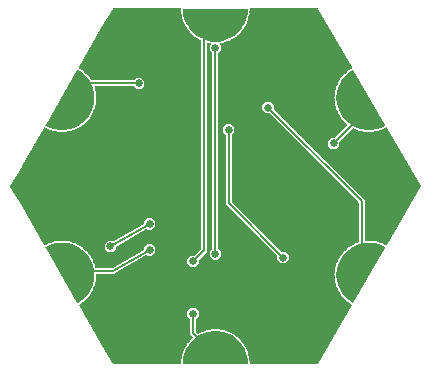
<source format=gbr>
G04 EAGLE Gerber RS-274X export*
G75*
%MOMM*%
%FSLAX34Y34*%
%LPD*%
%INBottom Copper*%
%IPPOS*%
%AMOC8*
5,1,8,0,0,1.08239X$1,22.5*%
G01*
%ADD10C,1.000000*%
%ADD11C,0.656400*%
%ADD12C,0.203200*%

G36*
X-67572Y319D02*
X-67572Y319D01*
X-67544Y316D01*
X-67476Y339D01*
X-67405Y353D01*
X-67382Y369D01*
X-67355Y378D01*
X-67300Y425D01*
X-67282Y438D01*
X-29532Y438D01*
X-29527Y439D01*
X-29522Y438D01*
X-29429Y458D01*
X-29335Y477D01*
X-29331Y480D01*
X-29326Y481D01*
X-29248Y537D01*
X-29170Y590D01*
X-29167Y594D01*
X-29163Y597D01*
X-29112Y679D01*
X-29060Y758D01*
X-29060Y763D01*
X-29057Y768D01*
X-29025Y945D01*
X-29025Y1684D01*
X-28994Y1726D01*
X-28991Y1738D01*
X-28985Y1747D01*
X-28975Y1800D01*
X-28949Y1901D01*
X-28780Y4157D01*
X-28789Y4227D01*
X-28789Y4298D01*
X-28801Y4328D01*
X-28805Y4356D01*
X-28830Y4401D01*
X-28856Y4465D01*
X-28859Y4470D01*
X-28715Y5102D01*
X-28714Y5137D01*
X-28703Y5177D01*
X-28655Y5824D01*
X-28651Y5828D01*
X-28607Y5884D01*
X-28558Y5934D01*
X-28545Y5964D01*
X-28528Y5986D01*
X-28514Y6036D01*
X-28487Y6100D01*
X-27960Y8409D01*
X-27958Y8480D01*
X-27948Y8550D01*
X-27955Y8581D01*
X-27955Y8610D01*
X-27974Y8658D01*
X-27989Y8725D01*
X-27992Y8730D01*
X-27755Y9334D01*
X-27748Y9368D01*
X-27732Y9406D01*
X-27588Y10039D01*
X-27583Y10042D01*
X-27532Y10091D01*
X-27475Y10133D01*
X-27458Y10161D01*
X-27438Y10180D01*
X-27417Y10227D01*
X-27381Y10286D01*
X-26515Y12492D01*
X-26503Y12561D01*
X-26483Y12629D01*
X-26485Y12661D01*
X-26480Y12689D01*
X-26492Y12739D01*
X-26498Y12808D01*
X-26499Y12813D01*
X-26175Y13375D01*
X-26163Y13408D01*
X-26153Y13425D01*
X-26144Y13439D01*
X-26144Y13440D01*
X-26142Y13444D01*
X-25905Y14048D01*
X-25899Y14050D01*
X-25842Y14090D01*
X-25779Y14124D01*
X-25758Y14149D01*
X-25735Y14165D01*
X-25708Y14208D01*
X-25663Y14261D01*
X-24478Y16313D01*
X-24456Y16380D01*
X-24426Y16444D01*
X-24423Y16476D01*
X-24415Y16503D01*
X-24418Y16554D01*
X-24414Y16623D01*
X-24414Y16629D01*
X-24010Y17136D01*
X-23994Y17167D01*
X-23967Y17199D01*
X-23643Y17761D01*
X-23637Y17762D01*
X-23574Y17794D01*
X-23508Y17817D01*
X-23483Y17839D01*
X-23458Y17851D01*
X-23424Y17890D01*
X-23372Y17936D01*
X-21895Y19788D01*
X-21863Y19851D01*
X-21823Y19909D01*
X-21816Y19942D01*
X-21803Y19966D01*
X-21799Y20018D01*
X-21785Y20085D01*
X-21784Y20091D01*
X-21309Y20532D01*
X-21288Y20561D01*
X-21257Y20588D01*
X-20853Y21095D01*
X-20847Y21096D01*
X-20780Y21117D01*
X-20711Y21131D01*
X-20683Y21149D01*
X-20656Y21157D01*
X-20617Y21191D01*
X-20559Y21228D01*
X-19155Y22530D01*
X-19147Y22542D01*
X-19134Y22551D01*
X-19088Y22623D01*
X-19038Y22693D01*
X-19035Y22708D01*
X-19027Y22720D01*
X-19012Y22805D01*
X-18993Y22888D01*
X-18996Y22903D01*
X-18993Y22918D01*
X-19013Y23001D01*
X-19027Y23086D01*
X-19035Y23098D01*
X-19039Y23113D01*
X-19115Y23222D01*
X-19135Y23255D01*
X-19139Y23257D01*
X-19142Y23261D01*
X-19954Y24073D01*
X-21591Y25710D01*
X-21591Y38395D01*
X-21592Y38403D01*
X-21591Y38411D01*
X-21612Y38501D01*
X-21630Y38592D01*
X-21635Y38598D01*
X-21637Y38606D01*
X-21739Y38754D01*
X-23857Y40871D01*
X-23857Y44854D01*
X-21041Y47669D01*
X-17059Y47669D01*
X-14243Y44854D01*
X-14243Y40871D01*
X-16361Y38754D01*
X-16365Y38747D01*
X-16371Y38743D01*
X-16420Y38664D01*
X-16472Y38587D01*
X-16473Y38579D01*
X-16477Y38573D01*
X-16509Y38395D01*
X-16509Y28025D01*
X-16508Y28017D01*
X-16509Y28010D01*
X-16488Y27920D01*
X-16470Y27829D01*
X-16465Y27822D01*
X-16463Y27814D01*
X-16361Y27666D01*
X-14891Y26197D01*
X-14842Y26164D01*
X-14800Y26124D01*
X-14760Y26110D01*
X-14724Y26086D01*
X-14667Y26075D01*
X-14612Y26055D01*
X-14569Y26056D01*
X-14527Y26048D01*
X-14470Y26061D01*
X-14411Y26063D01*
X-14369Y26082D01*
X-14331Y26090D01*
X-14296Y26115D01*
X-14247Y26137D01*
X-13948Y26341D01*
X-13942Y26340D01*
X-13872Y26340D01*
X-13801Y26333D01*
X-13770Y26342D01*
X-13742Y26342D01*
X-13695Y26362D01*
X-13628Y26381D01*
X-11493Y27409D01*
X-11437Y27451D01*
X-11376Y27487D01*
X-11356Y27513D01*
X-11334Y27530D01*
X-11308Y27574D01*
X-11265Y27629D01*
X-11262Y27634D01*
X-10642Y27825D01*
X-10612Y27842D01*
X-10572Y27853D01*
X-9987Y28134D01*
X-9982Y28132D01*
X-9912Y28123D01*
X-9844Y28105D01*
X-9811Y28109D01*
X-9783Y28105D01*
X-9733Y28118D01*
X-9665Y28126D01*
X-7401Y28825D01*
X-7339Y28859D01*
X-7273Y28885D01*
X-7250Y28907D01*
X-7225Y28921D01*
X-7193Y28961D01*
X-7142Y29008D01*
X-7139Y29013D01*
X-6498Y29109D01*
X-6465Y29121D01*
X-6424Y29126D01*
X-5803Y29318D01*
X-5799Y29315D01*
X-5731Y29295D01*
X-5666Y29267D01*
X-5633Y29266D01*
X-5606Y29258D01*
X-5555Y29264D01*
X-5486Y29262D01*
X-3143Y29615D01*
X-3077Y29639D01*
X-3008Y29655D01*
X-2981Y29674D01*
X-2955Y29683D01*
X-2917Y29718D01*
X-2860Y29758D01*
X-2856Y29762D01*
X-2207Y29762D01*
X-2173Y29769D01*
X-2132Y29767D01*
X-1490Y29864D01*
X-1486Y29861D01*
X-1422Y29831D01*
X-1362Y29794D01*
X-1330Y29788D01*
X-1304Y29776D01*
X-1253Y29774D01*
X-1185Y29762D01*
X1185Y29762D01*
X1254Y29776D01*
X1324Y29781D01*
X1354Y29796D01*
X1381Y29801D01*
X1424Y29830D01*
X1486Y29861D01*
X1490Y29864D01*
X2132Y29767D01*
X2167Y29769D01*
X2207Y29762D01*
X2856Y29762D01*
X2860Y29758D01*
X2919Y29719D01*
X2973Y29673D01*
X3004Y29662D01*
X3027Y29647D01*
X3078Y29637D01*
X3143Y29615D01*
X5486Y29262D01*
X5557Y29265D01*
X5627Y29260D01*
X5658Y29270D01*
X5686Y29272D01*
X5733Y29294D01*
X5799Y29315D01*
X5803Y29318D01*
X6424Y29126D01*
X6458Y29123D01*
X6498Y29109D01*
X7139Y29013D01*
X7142Y29008D01*
X7195Y28961D01*
X7241Y28908D01*
X7270Y28893D01*
X7291Y28874D01*
X7340Y28857D01*
X7401Y28825D01*
X9665Y28126D01*
X9735Y28119D01*
X9804Y28104D01*
X9836Y28109D01*
X9864Y28106D01*
X9914Y28121D01*
X9982Y28132D01*
X9987Y28134D01*
X10572Y27853D01*
X10605Y27844D01*
X10642Y27825D01*
X11262Y27634D01*
X11265Y27629D01*
X11310Y27574D01*
X11348Y27515D01*
X11374Y27495D01*
X11392Y27474D01*
X11437Y27449D01*
X11493Y27409D01*
X13628Y26381D01*
X13696Y26363D01*
X13762Y26338D01*
X13795Y26338D01*
X13822Y26331D01*
X13873Y26339D01*
X13942Y26340D01*
X13948Y26341D01*
X14484Y25975D01*
X14516Y25962D01*
X14549Y25937D01*
X15134Y25656D01*
X15136Y25650D01*
X15172Y25590D01*
X15201Y25525D01*
X15224Y25502D01*
X15238Y25478D01*
X15280Y25447D01*
X15286Y25441D01*
X15293Y25431D01*
X15302Y25425D01*
X15329Y25399D01*
X17286Y24064D01*
X17351Y24037D01*
X17413Y24002D01*
X17445Y23997D01*
X17471Y23986D01*
X17522Y23986D01*
X17591Y23976D01*
X17597Y23977D01*
X18072Y23535D01*
X18102Y23517D01*
X18132Y23488D01*
X18668Y23122D01*
X18669Y23117D01*
X18695Y23052D01*
X18714Y22984D01*
X18734Y22957D01*
X18744Y22931D01*
X18781Y22895D01*
X18822Y22839D01*
X20559Y21228D01*
X20619Y21191D01*
X20674Y21147D01*
X20706Y21138D01*
X20730Y21123D01*
X20781Y21116D01*
X20847Y21096D01*
X20853Y21095D01*
X21257Y20588D01*
X21284Y20566D01*
X21309Y20532D01*
X21784Y20091D01*
X21785Y20085D01*
X21801Y20017D01*
X21809Y19947D01*
X21825Y19918D01*
X21831Y19891D01*
X21862Y19849D01*
X21895Y19788D01*
X23372Y17936D01*
X23426Y17891D01*
X23474Y17839D01*
X23504Y17825D01*
X23525Y17807D01*
X23575Y17792D01*
X23637Y17762D01*
X23643Y17761D01*
X23967Y17199D01*
X23990Y17173D01*
X24010Y17136D01*
X24414Y16629D01*
X24414Y16623D01*
X24420Y16553D01*
X24418Y16483D01*
X24429Y16452D01*
X24431Y16424D01*
X24455Y16378D01*
X24478Y16313D01*
X25663Y14261D01*
X25710Y14208D01*
X25750Y14150D01*
X25777Y14132D01*
X25796Y14111D01*
X25842Y14088D01*
X25899Y14050D01*
X25905Y14048D01*
X26142Y13444D01*
X26149Y13432D01*
X26152Y13420D01*
X26165Y13402D01*
X26175Y13375D01*
X26499Y12813D01*
X26498Y12808D01*
X26493Y12738D01*
X26480Y12668D01*
X26487Y12636D01*
X26485Y12608D01*
X26502Y12559D01*
X26515Y12492D01*
X27381Y10286D01*
X27419Y10227D01*
X27450Y10163D01*
X27474Y10141D01*
X27489Y10118D01*
X27532Y10089D01*
X27583Y10042D01*
X27588Y10039D01*
X27732Y9406D01*
X27746Y9375D01*
X27755Y9334D01*
X27992Y8730D01*
X27989Y8725D01*
X27975Y8656D01*
X27952Y8589D01*
X27953Y8556D01*
X27947Y8529D01*
X27957Y8478D01*
X27960Y8409D01*
X28487Y6099D01*
X28516Y6035D01*
X28537Y5968D01*
X28558Y5942D01*
X28569Y5917D01*
X28607Y5882D01*
X28651Y5828D01*
X28655Y5824D01*
X28703Y5177D01*
X28713Y5144D01*
X28715Y5102D01*
X28859Y4470D01*
X28856Y4465D01*
X28831Y4399D01*
X28798Y4336D01*
X28795Y4304D01*
X28785Y4277D01*
X28787Y4226D01*
X28780Y4157D01*
X28949Y1901D01*
X28973Y1814D01*
X28993Y1728D01*
X29000Y1718D01*
X29003Y1708D01*
X29025Y1680D01*
X29025Y945D01*
X29026Y940D01*
X29025Y935D01*
X29046Y841D01*
X29064Y748D01*
X29067Y744D01*
X29068Y739D01*
X29124Y661D01*
X29177Y583D01*
X29181Y580D01*
X29184Y575D01*
X29266Y525D01*
X29345Y473D01*
X29350Y472D01*
X29355Y470D01*
X29532Y438D01*
X67273Y438D01*
X67327Y406D01*
X67384Y362D01*
X67412Y355D01*
X67436Y341D01*
X67536Y324D01*
X67577Y314D01*
X67587Y315D01*
X67600Y313D01*
X86600Y313D01*
X86676Y329D01*
X86754Y337D01*
X86773Y348D01*
X86795Y353D01*
X86859Y397D01*
X86927Y435D01*
X86943Y454D01*
X86959Y465D01*
X86983Y503D01*
X87006Y531D01*
X87049Y554D01*
X87067Y576D01*
X87088Y590D01*
X87117Y635D01*
X87165Y691D01*
X115599Y49940D01*
X115627Y50022D01*
X115659Y50103D01*
X115659Y50117D01*
X115663Y50130D01*
X115657Y50216D01*
X115655Y50303D01*
X115650Y50316D01*
X115649Y50330D01*
X115609Y50407D01*
X115574Y50486D01*
X115564Y50497D01*
X115558Y50508D01*
X115515Y50544D01*
X115446Y50613D01*
X115338Y50686D01*
X115322Y50693D01*
X115306Y50706D01*
X114633Y51094D01*
X114612Y51142D01*
X114604Y51150D01*
X114599Y51160D01*
X114558Y51195D01*
X114484Y51268D01*
X112612Y52544D01*
X112547Y52571D01*
X112485Y52606D01*
X112453Y52611D01*
X112427Y52621D01*
X112376Y52622D01*
X112307Y52631D01*
X112301Y52631D01*
X111826Y53072D01*
X111796Y53090D01*
X111766Y53120D01*
X111230Y53485D01*
X111229Y53490D01*
X111202Y53556D01*
X111184Y53624D01*
X111164Y53650D01*
X111154Y53676D01*
X111117Y53712D01*
X111076Y53768D01*
X109337Y55380D01*
X109276Y55417D01*
X109221Y55461D01*
X109190Y55470D01*
X109166Y55485D01*
X109115Y55492D01*
X109048Y55512D01*
X109043Y55513D01*
X108638Y56020D01*
X108612Y56042D01*
X108587Y56076D01*
X108111Y56517D01*
X108111Y56522D01*
X108094Y56591D01*
X108086Y56661D01*
X108070Y56690D01*
X108064Y56717D01*
X108033Y56759D01*
X108000Y56820D01*
X106521Y58673D01*
X106467Y58719D01*
X106419Y58770D01*
X106389Y58784D01*
X106368Y58802D01*
X106318Y58817D01*
X106256Y58847D01*
X106250Y58848D01*
X105926Y59410D01*
X105903Y59436D01*
X105883Y59473D01*
X105478Y59980D01*
X105479Y59985D01*
X105473Y60056D01*
X105475Y60126D01*
X105464Y60157D01*
X105462Y60185D01*
X105438Y60231D01*
X105414Y60296D01*
X104228Y62349D01*
X104181Y62402D01*
X104141Y62460D01*
X104114Y62478D01*
X104095Y62499D01*
X104049Y62522D01*
X103991Y62560D01*
X103986Y62562D01*
X103749Y63166D01*
X103730Y63195D01*
X103716Y63235D01*
X103391Y63797D01*
X103393Y63802D01*
X103397Y63872D01*
X103410Y63942D01*
X103404Y63974D01*
X103405Y64002D01*
X103388Y64051D01*
X103375Y64119D01*
X102508Y66326D01*
X102470Y66385D01*
X102439Y66448D01*
X102414Y66471D01*
X102399Y66494D01*
X102357Y66523D01*
X102305Y66570D01*
X102301Y66573D01*
X102156Y67205D01*
X102142Y67237D01*
X102134Y67278D01*
X101897Y67882D01*
X101899Y67887D01*
X101914Y67956D01*
X101937Y68022D01*
X101935Y68055D01*
X101941Y68083D01*
X101931Y68133D01*
X101928Y68202D01*
X101400Y70514D01*
X101371Y70578D01*
X101350Y70646D01*
X101329Y70671D01*
X101317Y70697D01*
X101280Y70732D01*
X101236Y70786D01*
X101232Y70789D01*
X101183Y71437D01*
X101174Y71470D01*
X101172Y71511D01*
X101027Y72144D01*
X101030Y72149D01*
X101055Y72215D01*
X101088Y72277D01*
X101091Y72310D01*
X101101Y72336D01*
X101099Y72388D01*
X101106Y72456D01*
X100929Y74821D01*
X100909Y74889D01*
X100899Y74959D01*
X100882Y74987D01*
X100874Y75014D01*
X100842Y75054D01*
X100807Y75114D01*
X100803Y75118D01*
X100852Y75765D01*
X100847Y75800D01*
X100852Y75841D01*
X100803Y76488D01*
X100807Y76492D01*
X100841Y76554D01*
X100883Y76611D01*
X100891Y76643D01*
X100905Y76667D01*
X100911Y76718D01*
X100928Y76785D01*
X101104Y79150D01*
X101096Y79220D01*
X101095Y79291D01*
X101083Y79321D01*
X101079Y79349D01*
X101054Y79394D01*
X101028Y79458D01*
X101025Y79463D01*
X101169Y80095D01*
X101170Y80130D01*
X101180Y80170D01*
X101229Y80817D01*
X101233Y80821D01*
X101276Y80877D01*
X101326Y80927D01*
X101339Y80957D01*
X101356Y80979D01*
X101369Y81029D01*
X101396Y81093D01*
X101923Y83405D01*
X101925Y83475D01*
X101935Y83545D01*
X101928Y83577D01*
X101928Y83605D01*
X101910Y83653D01*
X101894Y83720D01*
X101891Y83725D01*
X102128Y84329D01*
X102134Y84364D01*
X102151Y84402D01*
X102295Y85035D01*
X102300Y85038D01*
X102351Y85086D01*
X102407Y85128D01*
X102424Y85156D01*
X102445Y85176D01*
X102465Y85223D01*
X102502Y85282D01*
X103367Y87490D01*
X103380Y87559D01*
X103400Y87627D01*
X103397Y87659D01*
X103402Y87687D01*
X103391Y87737D01*
X103385Y87806D01*
X103384Y87811D01*
X103708Y88373D01*
X103719Y88406D01*
X103741Y88442D01*
X103978Y89046D01*
X103983Y89048D01*
X104041Y89089D01*
X104103Y89122D01*
X104124Y89147D01*
X104147Y89163D01*
X104174Y89207D01*
X104219Y89260D01*
X105404Y91314D01*
X105427Y91380D01*
X105457Y91444D01*
X105459Y91477D01*
X105468Y91504D01*
X105464Y91555D01*
X105469Y91624D01*
X105468Y91629D01*
X105873Y92137D01*
X105889Y92168D01*
X105915Y92200D01*
X106240Y92762D01*
X106245Y92763D01*
X106308Y92794D01*
X106319Y92797D01*
X106324Y92800D01*
X106375Y92818D01*
X106399Y92840D01*
X106424Y92852D01*
X106458Y92891D01*
X106485Y92909D01*
X106493Y92922D01*
X106510Y92937D01*
X107988Y94791D01*
X108020Y94854D01*
X108060Y94913D01*
X108067Y94945D01*
X108080Y94970D01*
X108083Y95021D01*
X108098Y95089D01*
X108098Y95094D01*
X108574Y95536D01*
X108594Y95564D01*
X108626Y95591D01*
X109030Y96099D01*
X109035Y96099D01*
X109103Y96121D01*
X109172Y96135D01*
X109200Y96152D01*
X109226Y96161D01*
X109265Y96194D01*
X109324Y96232D01*
X111061Y97845D01*
X111103Y97902D01*
X111150Y97954D01*
X111162Y97985D01*
X111178Y98008D01*
X111190Y98058D01*
X111215Y98123D01*
X111216Y98128D01*
X111752Y98494D01*
X111776Y98519D01*
X111811Y98541D01*
X112287Y98983D01*
X112292Y98982D01*
X112362Y98994D01*
X112432Y98997D01*
X112462Y99010D01*
X112490Y99015D01*
X112534Y99042D01*
X112597Y99070D01*
X114556Y100407D01*
X114605Y100457D01*
X114660Y100502D01*
X114676Y100530D01*
X114696Y100550D01*
X114715Y100598D01*
X114749Y100659D01*
X114750Y100664D01*
X115335Y100945D01*
X115363Y100966D01*
X115401Y100983D01*
X115937Y101349D01*
X115942Y101348D01*
X116013Y101349D01*
X116083Y101341D01*
X116114Y101350D01*
X116142Y101350D01*
X116190Y101371D01*
X116256Y101390D01*
X118393Y102419D01*
X118449Y102462D01*
X118510Y102497D01*
X118530Y102523D01*
X118552Y102540D01*
X118578Y102585D01*
X118621Y102639D01*
X118623Y102644D01*
X119244Y102835D01*
X119274Y102852D01*
X119314Y102863D01*
X119899Y103145D01*
X119904Y103143D01*
X119974Y103133D01*
X120042Y103116D01*
X120075Y103120D01*
X120102Y103116D01*
X120152Y103129D01*
X120221Y103137D01*
X121002Y103378D01*
X121028Y103393D01*
X121058Y103400D01*
X121116Y103440D01*
X121178Y103474D01*
X121197Y103498D01*
X121221Y103516D01*
X121259Y103576D01*
X121303Y103631D01*
X121311Y103660D01*
X121327Y103686D01*
X121342Y103770D01*
X121358Y103824D01*
X121355Y103842D01*
X121359Y103863D01*
X121359Y136775D01*
X121358Y136783D01*
X121359Y136790D01*
X121338Y136880D01*
X121320Y136971D01*
X121315Y136978D01*
X121313Y136986D01*
X121211Y137134D01*
X45812Y212532D01*
X45806Y212537D01*
X45801Y212543D01*
X45722Y212592D01*
X45645Y212643D01*
X45637Y212645D01*
X45631Y212649D01*
X45453Y212681D01*
X42459Y212681D01*
X39643Y215496D01*
X39643Y219479D01*
X42459Y222294D01*
X46441Y222294D01*
X49257Y219479D01*
X49257Y216484D01*
X49258Y216476D01*
X49257Y216469D01*
X49278Y216379D01*
X49296Y216288D01*
X49301Y216281D01*
X49303Y216273D01*
X49405Y216125D01*
X126441Y139090D01*
X126441Y105283D01*
X126442Y105278D01*
X126441Y105272D01*
X126462Y105180D01*
X126480Y105086D01*
X126483Y105082D01*
X126485Y105077D01*
X126540Y104999D01*
X126593Y104921D01*
X126597Y104918D01*
X126601Y104913D01*
X126682Y104863D01*
X126761Y104811D01*
X126766Y104811D01*
X126771Y104808D01*
X126948Y104776D01*
X127682Y104776D01*
X127716Y104783D01*
X127758Y104782D01*
X128399Y104879D01*
X128404Y104875D01*
X128468Y104845D01*
X128528Y104808D01*
X128560Y104802D01*
X128585Y104791D01*
X128637Y104789D01*
X128705Y104776D01*
X131076Y104777D01*
X131146Y104791D01*
X131216Y104797D01*
X131245Y104811D01*
X131273Y104817D01*
X131316Y104846D01*
X131378Y104876D01*
X131382Y104880D01*
X132024Y104783D01*
X132058Y104785D01*
X132099Y104777D01*
X132748Y104778D01*
X132752Y104774D01*
X132811Y104735D01*
X132865Y104689D01*
X132896Y104678D01*
X132919Y104663D01*
X132970Y104653D01*
X133035Y104631D01*
X135380Y104278D01*
X135451Y104282D01*
X135521Y104277D01*
X135552Y104287D01*
X135580Y104288D01*
X135627Y104310D01*
X135693Y104331D01*
X135698Y104334D01*
X136318Y104143D01*
X136352Y104139D01*
X136392Y104126D01*
X137033Y104030D01*
X137037Y104025D01*
X137089Y103978D01*
X137135Y103925D01*
X137164Y103909D01*
X137185Y103891D01*
X137234Y103873D01*
X137295Y103842D01*
X139562Y103144D01*
X139632Y103136D01*
X139701Y103121D01*
X139733Y103126D01*
X139761Y103123D01*
X139810Y103139D01*
X139879Y103150D01*
X139884Y103151D01*
X140469Y102870D01*
X140502Y102861D01*
X140539Y102842D01*
X141159Y102651D01*
X141162Y102646D01*
X141206Y102592D01*
X141244Y102532D01*
X141271Y102513D01*
X141289Y102491D01*
X141334Y102467D01*
X141390Y102426D01*
X143431Y101444D01*
X143518Y101422D01*
X143603Y101396D01*
X143615Y101397D01*
X143626Y101395D01*
X143660Y101400D01*
X144330Y101014D01*
X144347Y101008D01*
X144363Y100996D01*
X144498Y100931D01*
X144582Y100910D01*
X144665Y100884D01*
X144679Y100885D01*
X144692Y100882D01*
X144778Y100894D01*
X144864Y100902D01*
X144877Y100909D01*
X144891Y100911D01*
X144964Y100956D01*
X145041Y100997D01*
X145051Y101008D01*
X145062Y101015D01*
X145095Y101060D01*
X145157Y101135D01*
X173766Y150686D01*
X173790Y150756D01*
X173821Y150823D01*
X173822Y150850D01*
X173830Y150876D01*
X173825Y150950D01*
X173827Y151024D01*
X173817Y151051D01*
X173816Y151076D01*
X173791Y151123D01*
X173766Y151193D01*
X145272Y200546D01*
X145215Y200611D01*
X145161Y200679D01*
X145149Y200685D01*
X145139Y200696D01*
X145062Y200734D01*
X144986Y200776D01*
X144972Y200777D01*
X144959Y200783D01*
X144872Y200788D01*
X144786Y200797D01*
X144772Y200793D01*
X144759Y200794D01*
X144706Y200775D01*
X144613Y200749D01*
X144363Y200629D01*
X144349Y200618D01*
X144330Y200611D01*
X143657Y200223D01*
X143605Y200229D01*
X143593Y200225D01*
X143583Y200226D01*
X143532Y200208D01*
X143431Y200181D01*
X141390Y199199D01*
X141334Y199156D01*
X141273Y199120D01*
X141253Y199095D01*
X141230Y199078D01*
X141205Y199033D01*
X141162Y198979D01*
X141159Y198974D01*
X140539Y198783D01*
X140509Y198766D01*
X140469Y198755D01*
X139884Y198474D01*
X139879Y198475D01*
X139809Y198485D01*
X139740Y198503D01*
X139708Y198499D01*
X139680Y198503D01*
X139630Y198490D01*
X139562Y198481D01*
X137295Y197783D01*
X137233Y197750D01*
X137168Y197723D01*
X137144Y197701D01*
X137119Y197688D01*
X137087Y197647D01*
X137037Y197600D01*
X137033Y197595D01*
X136392Y197499D01*
X136359Y197487D01*
X136318Y197482D01*
X135698Y197291D01*
X135693Y197294D01*
X135625Y197314D01*
X135560Y197342D01*
X135528Y197342D01*
X135501Y197350D01*
X135449Y197345D01*
X135380Y197347D01*
X133035Y196994D01*
X132969Y196970D01*
X132900Y196954D01*
X132873Y196935D01*
X132847Y196926D01*
X132809Y196891D01*
X132752Y196851D01*
X132748Y196847D01*
X132099Y196848D01*
X132065Y196841D01*
X132024Y196842D01*
X131382Y196745D01*
X131378Y196749D01*
X131314Y196779D01*
X131254Y196816D01*
X131221Y196822D01*
X131196Y196834D01*
X131144Y196836D01*
X131076Y196848D01*
X128705Y196849D01*
X128636Y196835D01*
X128565Y196829D01*
X128536Y196815D01*
X128509Y196809D01*
X128466Y196780D01*
X128404Y196750D01*
X128399Y196746D01*
X127758Y196843D01*
X127723Y196842D01*
X127682Y196849D01*
X127033Y196849D01*
X127029Y196853D01*
X126971Y196892D01*
X126917Y196938D01*
X126886Y196949D01*
X126862Y196964D01*
X126812Y196974D01*
X126746Y196996D01*
X124402Y197350D01*
X124331Y197347D01*
X124261Y197352D01*
X124229Y197342D01*
X124201Y197340D01*
X124155Y197318D01*
X124089Y197297D01*
X124084Y197295D01*
X123464Y197486D01*
X123430Y197490D01*
X123390Y197503D01*
X122748Y197600D01*
X122745Y197604D01*
X122693Y197652D01*
X122647Y197705D01*
X122617Y197720D01*
X122597Y197739D01*
X122548Y197756D01*
X122487Y197788D01*
X120221Y198488D01*
X120151Y198495D01*
X120082Y198510D01*
X120049Y198505D01*
X120021Y198508D01*
X119972Y198493D01*
X119904Y198482D01*
X119899Y198480D01*
X119314Y198762D01*
X119280Y198770D01*
X119244Y198790D01*
X118624Y198981D01*
X118621Y198986D01*
X118576Y199041D01*
X118538Y199100D01*
X118512Y199119D01*
X118494Y199141D01*
X118449Y199165D01*
X118393Y199206D01*
X116756Y199995D01*
X116736Y200000D01*
X116718Y200011D01*
X116639Y200025D01*
X116562Y200044D01*
X116541Y200041D01*
X116520Y200045D01*
X116443Y200027D01*
X116364Y200015D01*
X116346Y200004D01*
X116325Y199999D01*
X116238Y199938D01*
X116192Y199911D01*
X116186Y199903D01*
X116177Y199896D01*
X104968Y188687D01*
X104963Y188681D01*
X104957Y188676D01*
X104908Y188597D01*
X104857Y188520D01*
X104855Y188512D01*
X104851Y188506D01*
X104819Y188328D01*
X104819Y185334D01*
X102004Y182518D01*
X98021Y182518D01*
X95206Y185334D01*
X95206Y189316D01*
X98021Y192132D01*
X101016Y192132D01*
X101024Y192133D01*
X101031Y192132D01*
X101121Y192153D01*
X101212Y192171D01*
X101219Y192176D01*
X101227Y192178D01*
X101375Y192280D01*
X111601Y202506D01*
X111630Y202550D01*
X111667Y202588D01*
X111685Y202633D01*
X111712Y202673D01*
X111721Y202725D01*
X111741Y202774D01*
X111740Y202822D01*
X111749Y202870D01*
X111738Y202922D01*
X111737Y202974D01*
X111718Y203019D01*
X111708Y203066D01*
X111678Y203109D01*
X111656Y203158D01*
X111618Y203195D01*
X111593Y203231D01*
X111561Y203251D01*
X111528Y203284D01*
X111216Y203497D01*
X111215Y203502D01*
X111188Y203568D01*
X111170Y203636D01*
X111150Y203662D01*
X111139Y203688D01*
X111103Y203725D01*
X111061Y203780D01*
X109324Y205393D01*
X109264Y205430D01*
X109208Y205474D01*
X109177Y205483D01*
X109153Y205498D01*
X109102Y205506D01*
X109035Y205526D01*
X109030Y205526D01*
X108626Y206034D01*
X108599Y206056D01*
X108574Y206089D01*
X108098Y206531D01*
X108098Y206536D01*
X108082Y206605D01*
X108074Y206675D01*
X108058Y206704D01*
X108051Y206731D01*
X108021Y206773D01*
X107988Y206834D01*
X106510Y208688D01*
X106456Y208733D01*
X106408Y208785D01*
X106378Y208799D01*
X106357Y208817D01*
X106308Y208832D01*
X106245Y208862D01*
X106240Y208863D01*
X105915Y209425D01*
X105892Y209451D01*
X105873Y209488D01*
X105468Y209996D01*
X105469Y210001D01*
X105463Y210071D01*
X105465Y210142D01*
X105454Y210173D01*
X105452Y210201D01*
X105428Y210246D01*
X105404Y210311D01*
X104219Y212365D01*
X104172Y212418D01*
X104132Y212477D01*
X104105Y212495D01*
X104087Y212516D01*
X104040Y212538D01*
X103983Y212577D01*
X103978Y212579D01*
X103741Y213183D01*
X103722Y213212D01*
X103708Y213252D01*
X103384Y213814D01*
X103385Y213819D01*
X103390Y213889D01*
X103402Y213959D01*
X103396Y213991D01*
X103398Y214019D01*
X103381Y214068D01*
X103367Y214135D01*
X102502Y216343D01*
X102464Y216403D01*
X102433Y216466D01*
X102408Y216488D01*
X102393Y216512D01*
X102351Y216541D01*
X102300Y216587D01*
X102295Y216590D01*
X102151Y217223D01*
X102136Y217255D01*
X102128Y217296D01*
X101891Y217900D01*
X101894Y217905D01*
X101909Y217973D01*
X101932Y218040D01*
X101930Y218073D01*
X101936Y218101D01*
X101927Y218151D01*
X101923Y218220D01*
X101396Y220532D01*
X101368Y220597D01*
X101346Y220664D01*
X101326Y220690D01*
X101314Y220715D01*
X101276Y220750D01*
X101233Y220804D01*
X101229Y220808D01*
X101180Y221455D01*
X101171Y221488D01*
X101169Y221530D01*
X101025Y222162D01*
X101028Y222167D01*
X101053Y222233D01*
X101086Y222296D01*
X101089Y222328D01*
X101099Y222355D01*
X101097Y222406D01*
X101104Y222475D01*
X100928Y224840D01*
X100909Y224908D01*
X100898Y224977D01*
X100881Y225006D01*
X100874Y225033D01*
X100842Y225073D01*
X100807Y225133D01*
X100803Y225137D01*
X100852Y225784D01*
X100847Y225818D01*
X100852Y225860D01*
X100803Y226507D01*
X100807Y226511D01*
X100842Y226573D01*
X100883Y226630D01*
X100892Y226661D01*
X100905Y226686D01*
X100911Y226737D01*
X100929Y226804D01*
X101106Y229169D01*
X101103Y229195D01*
X101107Y229218D01*
X101098Y229261D01*
X101097Y229309D01*
X101085Y229340D01*
X101082Y229367D01*
X101069Y229389D01*
X101064Y229413D01*
X101045Y229440D01*
X101030Y229476D01*
X101027Y229481D01*
X101172Y230114D01*
X101173Y230148D01*
X101183Y230188D01*
X101232Y230836D01*
X101236Y230839D01*
X101267Y230879D01*
X101271Y230881D01*
X101279Y230894D01*
X101280Y230895D01*
X101329Y230945D01*
X101342Y230975D01*
X101359Y230997D01*
X101369Y231032D01*
X101380Y231049D01*
X101384Y231074D01*
X101400Y231111D01*
X101928Y233423D01*
X101930Y233493D01*
X101940Y233563D01*
X101933Y233595D01*
X101933Y233623D01*
X101915Y233671D01*
X101899Y233738D01*
X101897Y233743D01*
X102134Y234347D01*
X102140Y234382D01*
X102156Y234420D01*
X102301Y235052D01*
X102305Y235055D01*
X102357Y235104D01*
X102413Y235146D01*
X102430Y235174D01*
X102451Y235193D01*
X102472Y235241D01*
X102508Y235299D01*
X103375Y237506D01*
X103387Y237576D01*
X103408Y237644D01*
X103405Y237676D01*
X103410Y237704D01*
X103399Y237754D01*
X103393Y237823D01*
X103391Y237828D01*
X103716Y238390D01*
X103727Y238423D01*
X103749Y238459D01*
X103986Y239063D01*
X103991Y239065D01*
X104049Y239105D01*
X104111Y239138D01*
X104133Y239164D01*
X104156Y239180D01*
X104183Y239223D01*
X104228Y239276D01*
X105414Y241329D01*
X105437Y241396D01*
X105467Y241460D01*
X105469Y241493D01*
X105478Y241519D01*
X105474Y241571D01*
X105479Y241640D01*
X105478Y241645D01*
X105883Y242152D01*
X105899Y242183D01*
X105926Y242215D01*
X106250Y242777D01*
X106256Y242778D01*
X106319Y242810D01*
X106386Y242833D01*
X106410Y242855D01*
X106435Y242867D01*
X106469Y242906D01*
X106521Y242952D01*
X108000Y244805D01*
X108032Y244868D01*
X108072Y244927D01*
X108079Y244959D01*
X108092Y244984D01*
X108096Y245035D01*
X108111Y245103D01*
X108111Y245108D01*
X108587Y245549D01*
X108607Y245578D01*
X108619Y245588D01*
X108624Y245592D01*
X108626Y245594D01*
X108638Y245605D01*
X109043Y246112D01*
X109048Y246113D01*
X109116Y246134D01*
X109185Y246148D01*
X109213Y246165D01*
X109239Y246174D01*
X109279Y246208D01*
X109337Y246245D01*
X111076Y247857D01*
X111117Y247915D01*
X111165Y247966D01*
X111176Y247997D01*
X111193Y248020D01*
X111204Y248070D01*
X111229Y248135D01*
X111230Y248140D01*
X111766Y248505D01*
X111791Y248530D01*
X111826Y248553D01*
X112301Y248994D01*
X112307Y248994D01*
X112377Y249005D01*
X112447Y249008D01*
X112477Y249021D01*
X112505Y249026D01*
X112549Y249053D01*
X112612Y249081D01*
X114484Y250357D01*
X114546Y250420D01*
X114611Y250482D01*
X114616Y250493D01*
X114624Y250500D01*
X114636Y250533D01*
X115306Y250919D01*
X115319Y250931D01*
X115338Y250939D01*
X115551Y251084D01*
X115612Y251146D01*
X115675Y251205D01*
X115681Y251217D01*
X115691Y251227D01*
X115723Y251308D01*
X115759Y251387D01*
X115760Y251401D01*
X115765Y251414D01*
X115763Y251501D01*
X115766Y251587D01*
X115761Y251601D01*
X115760Y251614D01*
X115738Y251665D01*
X115719Y251717D01*
X115716Y251732D01*
X115711Y251738D01*
X115705Y251757D01*
X87165Y301188D01*
X87116Y301243D01*
X87073Y301304D01*
X87050Y301318D01*
X87033Y301338D01*
X86966Y301370D01*
X86903Y301409D01*
X86875Y301415D01*
X86852Y301425D01*
X86799Y301428D01*
X86726Y301441D01*
X29548Y301441D01*
X29463Y301424D01*
X29377Y301412D01*
X29365Y301405D01*
X29352Y301402D01*
X29280Y301353D01*
X29206Y301308D01*
X29197Y301297D01*
X29186Y301289D01*
X29139Y301217D01*
X29087Y301146D01*
X29084Y301132D01*
X29077Y301121D01*
X29067Y301066D01*
X29042Y300972D01*
X29026Y300756D01*
X29028Y300738D01*
X29025Y300718D01*
X29025Y299941D01*
X28994Y299899D01*
X28991Y299887D01*
X28985Y299878D01*
X28975Y299825D01*
X28949Y299724D01*
X28780Y297468D01*
X28789Y297398D01*
X28789Y297327D01*
X28801Y297297D01*
X28805Y297269D01*
X28830Y297224D01*
X28856Y297160D01*
X28859Y297155D01*
X28715Y296523D01*
X28714Y296488D01*
X28703Y296448D01*
X28655Y295801D01*
X28651Y295797D01*
X28607Y295741D01*
X28558Y295691D01*
X28545Y295661D01*
X28528Y295639D01*
X28514Y295589D01*
X28487Y295526D01*
X27960Y293216D01*
X27958Y293148D01*
X27951Y293111D01*
X27952Y293106D01*
X27948Y293075D01*
X27955Y293044D01*
X27955Y293015D01*
X27973Y292967D01*
X27989Y292900D01*
X27992Y292895D01*
X27755Y292291D01*
X27748Y292257D01*
X27732Y292219D01*
X27588Y291586D01*
X27583Y291583D01*
X27532Y291534D01*
X27475Y291492D01*
X27458Y291464D01*
X27438Y291445D01*
X27417Y291398D01*
X27381Y291339D01*
X26515Y289133D01*
X26503Y289064D01*
X26483Y288996D01*
X26485Y288964D01*
X26480Y288936D01*
X26492Y288886D01*
X26498Y288817D01*
X26499Y288812D01*
X26175Y288250D01*
X26163Y288217D01*
X26142Y288181D01*
X25905Y287577D01*
X25899Y287575D01*
X25842Y287535D01*
X25779Y287501D01*
X25758Y287476D01*
X25735Y287460D01*
X25708Y287417D01*
X25663Y287364D01*
X24478Y285312D01*
X24456Y285245D01*
X24426Y285181D01*
X24423Y285149D01*
X24415Y285122D01*
X24418Y285071D01*
X24414Y285002D01*
X24414Y284996D01*
X24010Y284489D01*
X23994Y284458D01*
X23967Y284426D01*
X23643Y283864D01*
X23637Y283863D01*
X23574Y283831D01*
X23508Y283808D01*
X23483Y283786D01*
X23458Y283774D01*
X23424Y283735D01*
X23372Y283689D01*
X21895Y281837D01*
X21863Y281774D01*
X21823Y281716D01*
X21816Y281683D01*
X21803Y281659D01*
X21799Y281607D01*
X21785Y281540D01*
X21784Y281534D01*
X21309Y281093D01*
X21288Y281064D01*
X21257Y281037D01*
X20853Y280530D01*
X20847Y280529D01*
X20780Y280508D01*
X20711Y280494D01*
X20683Y280476D01*
X20656Y280468D01*
X20617Y280434D01*
X20559Y280397D01*
X18822Y278786D01*
X18811Y278770D01*
X18804Y278766D01*
X18778Y278725D01*
X18733Y278676D01*
X18721Y278646D01*
X18705Y278623D01*
X18701Y278607D01*
X18695Y278598D01*
X18688Y278558D01*
X18669Y278508D01*
X18668Y278503D01*
X18132Y278137D01*
X18107Y278112D01*
X18072Y278090D01*
X17597Y277648D01*
X17591Y277649D01*
X17522Y277637D01*
X17451Y277634D01*
X17421Y277621D01*
X17393Y277616D01*
X17350Y277589D01*
X17286Y277561D01*
X15329Y276226D01*
X15280Y276176D01*
X15225Y276131D01*
X15209Y276103D01*
X15189Y276083D01*
X15170Y276035D01*
X15136Y275975D01*
X15134Y275969D01*
X14549Y275688D01*
X14522Y275667D01*
X14484Y275650D01*
X13948Y275284D01*
X13942Y275285D01*
X13872Y275285D01*
X13801Y275292D01*
X13770Y275283D01*
X13742Y275283D01*
X13695Y275263D01*
X13628Y275244D01*
X11493Y274216D01*
X11437Y274174D01*
X11376Y274138D01*
X11356Y274112D01*
X11334Y274095D01*
X11308Y274051D01*
X11265Y273996D01*
X11262Y273991D01*
X10642Y273800D01*
X10612Y273783D01*
X10572Y273772D01*
X9987Y273491D01*
X9982Y273493D01*
X9912Y273502D01*
X9844Y273520D01*
X9811Y273516D01*
X9783Y273520D01*
X9733Y273507D01*
X9665Y273499D01*
X7401Y272800D01*
X7387Y272793D01*
X7380Y272791D01*
X7363Y272780D01*
X7339Y272766D01*
X7273Y272740D01*
X7250Y272718D01*
X7225Y272704D01*
X7193Y272664D01*
X7142Y272617D01*
X7139Y272612D01*
X6498Y272516D01*
X6465Y272504D01*
X6424Y272499D01*
X5803Y272307D01*
X5799Y272310D01*
X5731Y272330D01*
X5666Y272358D01*
X5633Y272359D01*
X5606Y272367D01*
X5555Y272361D01*
X5486Y272363D01*
X4078Y272151D01*
X4016Y272129D01*
X3952Y272115D01*
X3923Y272095D01*
X3889Y272082D01*
X3841Y272038D01*
X3787Y272001D01*
X3768Y271971D01*
X3742Y271946D01*
X3715Y271887D01*
X3680Y271831D01*
X3674Y271796D01*
X3659Y271764D01*
X3657Y271698D01*
X3646Y271634D01*
X3654Y271599D01*
X3653Y271563D01*
X3677Y271502D01*
X3692Y271439D01*
X3714Y271407D01*
X3726Y271377D01*
X3759Y271342D01*
X3795Y271291D01*
X4807Y270279D01*
X4807Y266296D01*
X2689Y264179D01*
X2685Y264173D01*
X2679Y264168D01*
X2630Y264089D01*
X2578Y264012D01*
X2577Y264004D01*
X2573Y263998D01*
X2541Y263820D01*
X2541Y98130D01*
X2542Y98122D01*
X2541Y98114D01*
X2562Y98024D01*
X2580Y97933D01*
X2585Y97927D01*
X2587Y97919D01*
X2689Y97771D01*
X4807Y95654D01*
X4807Y91671D01*
X1991Y88856D01*
X-1991Y88856D01*
X-4807Y91671D01*
X-4807Y95654D01*
X-2689Y97771D01*
X-2685Y97778D01*
X-2679Y97782D01*
X-2630Y97861D01*
X-2578Y97938D01*
X-2577Y97946D01*
X-2573Y97952D01*
X-2541Y98130D01*
X-2541Y263820D01*
X-2542Y263828D01*
X-2541Y263836D01*
X-2562Y263926D01*
X-2580Y264017D01*
X-2585Y264023D01*
X-2587Y264031D01*
X-2689Y264179D01*
X-4807Y266296D01*
X-4807Y270279D01*
X-3795Y271291D01*
X-3758Y271345D01*
X-3715Y271394D01*
X-3703Y271428D01*
X-3684Y271458D01*
X-3671Y271522D01*
X-3650Y271584D01*
X-3653Y271620D01*
X-3646Y271654D01*
X-3660Y271719D01*
X-3664Y271784D01*
X-3680Y271816D01*
X-3688Y271851D01*
X-3725Y271904D01*
X-3755Y271963D01*
X-3782Y271986D01*
X-3802Y272015D01*
X-3857Y272050D01*
X-3907Y272093D01*
X-3944Y272105D01*
X-3971Y272123D01*
X-4019Y272131D01*
X-4078Y272151D01*
X-5486Y272363D01*
X-5557Y272360D01*
X-5627Y272365D01*
X-5658Y272355D01*
X-5686Y272353D01*
X-5733Y272331D01*
X-5799Y272310D01*
X-5803Y272307D01*
X-6424Y272499D01*
X-6458Y272502D01*
X-6498Y272516D01*
X-6706Y272547D01*
X-6749Y272545D01*
X-6792Y272553D01*
X-6849Y272540D01*
X-6906Y272537D01*
X-6945Y272518D01*
X-6988Y272509D01*
X-7035Y272476D01*
X-7087Y272451D01*
X-7116Y272418D01*
X-7151Y272393D01*
X-7182Y272344D01*
X-7220Y272301D01*
X-7234Y272260D01*
X-7257Y272223D01*
X-7269Y272158D01*
X-7285Y272111D01*
X-7283Y272081D01*
X-7289Y272045D01*
X-7289Y95480D01*
X-14095Y88675D01*
X-14099Y88668D01*
X-14105Y88664D01*
X-14154Y88585D01*
X-14206Y88508D01*
X-14207Y88500D01*
X-14211Y88493D01*
X-14243Y88316D01*
X-14243Y85321D01*
X-17059Y82506D01*
X-21041Y82506D01*
X-23857Y85321D01*
X-23857Y89304D01*
X-21041Y92119D01*
X-18047Y92119D01*
X-18039Y92121D01*
X-18031Y92119D01*
X-17941Y92140D01*
X-17850Y92159D01*
X-17843Y92163D01*
X-17836Y92165D01*
X-17688Y92268D01*
X-12519Y97437D01*
X-12515Y97443D01*
X-12508Y97448D01*
X-12459Y97526D01*
X-12408Y97603D01*
X-12407Y97611D01*
X-12403Y97618D01*
X-12371Y97795D01*
X-12371Y274320D01*
X-12389Y274411D01*
X-12404Y274502D01*
X-12409Y274509D01*
X-12410Y274516D01*
X-12462Y274593D01*
X-12512Y274671D01*
X-12519Y274676D01*
X-12523Y274682D01*
X-12564Y274709D01*
X-12658Y274777D01*
X-13628Y275244D01*
X-13696Y275262D01*
X-13762Y275287D01*
X-13795Y275287D01*
X-13822Y275294D01*
X-13873Y275286D01*
X-13942Y275285D01*
X-13948Y275284D01*
X-14484Y275650D01*
X-14516Y275663D01*
X-14549Y275688D01*
X-15134Y275969D01*
X-15136Y275975D01*
X-15172Y276035D01*
X-15201Y276100D01*
X-15224Y276123D01*
X-15238Y276147D01*
X-15280Y276178D01*
X-15329Y276226D01*
X-17286Y277561D01*
X-17351Y277588D01*
X-17413Y277623D01*
X-17445Y277628D01*
X-17471Y277639D01*
X-17522Y277639D01*
X-17591Y277649D01*
X-17597Y277648D01*
X-18072Y278090D01*
X-18102Y278108D01*
X-18132Y278137D01*
X-18668Y278503D01*
X-18669Y278508D01*
X-18691Y278563D01*
X-18703Y278617D01*
X-18710Y278626D01*
X-18714Y278641D01*
X-18734Y278668D01*
X-18744Y278694D01*
X-18781Y278730D01*
X-18822Y278786D01*
X-20559Y280397D01*
X-20619Y280434D01*
X-20674Y280478D01*
X-20706Y280487D01*
X-20730Y280502D01*
X-20781Y280509D01*
X-20847Y280529D01*
X-20853Y280530D01*
X-21257Y281037D01*
X-21284Y281059D01*
X-21309Y281093D01*
X-21784Y281534D01*
X-21785Y281540D01*
X-21801Y281608D01*
X-21809Y281678D01*
X-21825Y281707D01*
X-21831Y281734D01*
X-21862Y281776D01*
X-21895Y281837D01*
X-23372Y283689D01*
X-23426Y283734D01*
X-23474Y283786D01*
X-23504Y283800D01*
X-23525Y283818D01*
X-23575Y283833D01*
X-23637Y283863D01*
X-23643Y283864D01*
X-23967Y284426D01*
X-23990Y284452D01*
X-24010Y284489D01*
X-24414Y284996D01*
X-24414Y285002D01*
X-24420Y285072D01*
X-24418Y285142D01*
X-24429Y285173D01*
X-24431Y285201D01*
X-24455Y285247D01*
X-24478Y285312D01*
X-25663Y287364D01*
X-25710Y287417D01*
X-25750Y287475D01*
X-25777Y287493D01*
X-25796Y287514D01*
X-25842Y287537D01*
X-25899Y287575D01*
X-25905Y287577D01*
X-26142Y288181D01*
X-26160Y288211D01*
X-26175Y288250D01*
X-26499Y288812D01*
X-26498Y288817D01*
X-26493Y288887D01*
X-26480Y288957D01*
X-26487Y288989D01*
X-26485Y289017D01*
X-26502Y289066D01*
X-26515Y289133D01*
X-27381Y291339D01*
X-27419Y291398D01*
X-27450Y291462D01*
X-27474Y291484D01*
X-27489Y291507D01*
X-27532Y291536D01*
X-27583Y291583D01*
X-27588Y291586D01*
X-27732Y292219D01*
X-27746Y292250D01*
X-27755Y292291D01*
X-27992Y292895D01*
X-27989Y292900D01*
X-27975Y292969D01*
X-27952Y293036D01*
X-27953Y293069D01*
X-27947Y293096D01*
X-27952Y293124D01*
X-27951Y293131D01*
X-27957Y293157D01*
X-27960Y293216D01*
X-28487Y295526D01*
X-28516Y295590D01*
X-28537Y295657D01*
X-28558Y295683D01*
X-28569Y295708D01*
X-28607Y295743D01*
X-28651Y295797D01*
X-28655Y295801D01*
X-28703Y296448D01*
X-28713Y296481D01*
X-28715Y296523D01*
X-28859Y297155D01*
X-28856Y297160D01*
X-28831Y297226D01*
X-28798Y297289D01*
X-28795Y297321D01*
X-28785Y297348D01*
X-28787Y297399D01*
X-28780Y297468D01*
X-28949Y299724D01*
X-28973Y299810D01*
X-28993Y299897D01*
X-29000Y299907D01*
X-29003Y299917D01*
X-29025Y299945D01*
X-29025Y300718D01*
X-29027Y300731D01*
X-29026Y300740D01*
X-29027Y300746D01*
X-29026Y300756D01*
X-29042Y300972D01*
X-29066Y301055D01*
X-29085Y301140D01*
X-29093Y301152D01*
X-29096Y301165D01*
X-29150Y301233D01*
X-29201Y301304D01*
X-29212Y301311D01*
X-29221Y301322D01*
X-29297Y301364D01*
X-29371Y301409D01*
X-29385Y301412D01*
X-29397Y301418D01*
X-29452Y301424D01*
X-29548Y301441D01*
X-86472Y301441D01*
X-86544Y301427D01*
X-86618Y301420D01*
X-86642Y301407D01*
X-86668Y301402D01*
X-86729Y301360D01*
X-86795Y301325D01*
X-86813Y301303D01*
X-86834Y301289D01*
X-86863Y301244D01*
X-86893Y301209D01*
X-86927Y301190D01*
X-86943Y301171D01*
X-86959Y301160D01*
X-86983Y301122D01*
X-87033Y301062D01*
X-96533Y284562D01*
X-96542Y284534D01*
X-96558Y284511D01*
X-96569Y284460D01*
X-115522Y251633D01*
X-115550Y251550D01*
X-115582Y251470D01*
X-115582Y251456D01*
X-115586Y251443D01*
X-115580Y251356D01*
X-115578Y251270D01*
X-115573Y251257D01*
X-115572Y251243D01*
X-115532Y251166D01*
X-115497Y251086D01*
X-115487Y251076D01*
X-115481Y251064D01*
X-115438Y251028D01*
X-115369Y250960D01*
X-115338Y250939D01*
X-115322Y250932D01*
X-115306Y250919D01*
X-114633Y250531D01*
X-114612Y250483D01*
X-114604Y250475D01*
X-114599Y250465D01*
X-114558Y250430D01*
X-114484Y250357D01*
X-112612Y249081D01*
X-112547Y249054D01*
X-112485Y249019D01*
X-112453Y249014D01*
X-112427Y249004D01*
X-112375Y249004D01*
X-112307Y248994D01*
X-112301Y248994D01*
X-111826Y248553D01*
X-111796Y248535D01*
X-111766Y248506D01*
X-111230Y248140D01*
X-111229Y248135D01*
X-111202Y248069D01*
X-111184Y248001D01*
X-111164Y247975D01*
X-111154Y247949D01*
X-111117Y247912D01*
X-111076Y247857D01*
X-109337Y246245D01*
X-109277Y246208D01*
X-109221Y246164D01*
X-109190Y246155D01*
X-109166Y246140D01*
X-109115Y246133D01*
X-109048Y246113D01*
X-109043Y246112D01*
X-108638Y245605D01*
X-108616Y245586D01*
X-108609Y245577D01*
X-108606Y245575D01*
X-108587Y245549D01*
X-108111Y245108D01*
X-108111Y245103D01*
X-108094Y245034D01*
X-108086Y244964D01*
X-108070Y244935D01*
X-108064Y244908D01*
X-108033Y244866D01*
X-108000Y244805D01*
X-106521Y242952D01*
X-106467Y242907D01*
X-106419Y242855D01*
X-106389Y242841D01*
X-106368Y242823D01*
X-106318Y242808D01*
X-106256Y242778D01*
X-106250Y242777D01*
X-105926Y242215D01*
X-105903Y242189D01*
X-105883Y242152D01*
X-105478Y241645D01*
X-105479Y241640D01*
X-105473Y241569D01*
X-105475Y241499D01*
X-105464Y241468D01*
X-105462Y241440D01*
X-105438Y241394D01*
X-105414Y241329D01*
X-105177Y240919D01*
X-105128Y240864D01*
X-105086Y240804D01*
X-105063Y240789D01*
X-105045Y240769D01*
X-104978Y240737D01*
X-104915Y240698D01*
X-104887Y240693D01*
X-104864Y240682D01*
X-104811Y240679D01*
X-104738Y240666D01*
X-69555Y240666D01*
X-69547Y240667D01*
X-69539Y240666D01*
X-69449Y240687D01*
X-69358Y240705D01*
X-69352Y240710D01*
X-69344Y240712D01*
X-69196Y240814D01*
X-67079Y242932D01*
X-63096Y242932D01*
X-60281Y240116D01*
X-60281Y236134D01*
X-63096Y233318D01*
X-67079Y233318D01*
X-69196Y235436D01*
X-69203Y235440D01*
X-69207Y235446D01*
X-69286Y235495D01*
X-69363Y235547D01*
X-69371Y235548D01*
X-69377Y235552D01*
X-69555Y235584D01*
X-101786Y235584D01*
X-101847Y235572D01*
X-101909Y235569D01*
X-101944Y235552D01*
X-101983Y235545D01*
X-102034Y235510D01*
X-102090Y235483D01*
X-102116Y235454D01*
X-102148Y235432D01*
X-102182Y235380D01*
X-102224Y235334D01*
X-102236Y235297D01*
X-102258Y235264D01*
X-102269Y235203D01*
X-102289Y235144D01*
X-102287Y235102D01*
X-102293Y235067D01*
X-102283Y235022D01*
X-102281Y234964D01*
X-102156Y234420D01*
X-102142Y234388D01*
X-102134Y234347D01*
X-101897Y233743D01*
X-101899Y233738D01*
X-101914Y233669D01*
X-101937Y233603D01*
X-101935Y233570D01*
X-101941Y233542D01*
X-101931Y233492D01*
X-101928Y233423D01*
X-101400Y231111D01*
X-101380Y231066D01*
X-101372Y231030D01*
X-101361Y231015D01*
X-101350Y230979D01*
X-101329Y230954D01*
X-101317Y230928D01*
X-101280Y230893D01*
X-101236Y230839D01*
X-101232Y230836D01*
X-101183Y230188D01*
X-101174Y230155D01*
X-101172Y230114D01*
X-101027Y229481D01*
X-101030Y229476D01*
X-101047Y229433D01*
X-101072Y229394D01*
X-101076Y229370D01*
X-101088Y229348D01*
X-101091Y229315D01*
X-101101Y229289D01*
X-101099Y229241D01*
X-101107Y229197D01*
X-101105Y229185D01*
X-101106Y229169D01*
X-100929Y226804D01*
X-100909Y226736D01*
X-100899Y226666D01*
X-100882Y226638D01*
X-100874Y226611D01*
X-100842Y226571D01*
X-100807Y226511D01*
X-100803Y226507D01*
X-100852Y225860D01*
X-100847Y225825D01*
X-100852Y225784D01*
X-100803Y225137D01*
X-100807Y225133D01*
X-100841Y225071D01*
X-100883Y225014D01*
X-100891Y224982D01*
X-100905Y224958D01*
X-100911Y224907D01*
X-100928Y224840D01*
X-101104Y222475D01*
X-101096Y222405D01*
X-101095Y222334D01*
X-101083Y222304D01*
X-101079Y222276D01*
X-101054Y222231D01*
X-101028Y222167D01*
X-101025Y222162D01*
X-101169Y221530D01*
X-101170Y221495D01*
X-101180Y221455D01*
X-101229Y220808D01*
X-101233Y220804D01*
X-101276Y220748D01*
X-101326Y220698D01*
X-101339Y220668D01*
X-101356Y220646D01*
X-101369Y220596D01*
X-101396Y220532D01*
X-101923Y218220D01*
X-101925Y218150D01*
X-101935Y218080D01*
X-101928Y218048D01*
X-101928Y218020D01*
X-101910Y217972D01*
X-101894Y217905D01*
X-101891Y217900D01*
X-102128Y217295D01*
X-102134Y217261D01*
X-102151Y217223D01*
X-102295Y216590D01*
X-102300Y216587D01*
X-102351Y216539D01*
X-102407Y216497D01*
X-102424Y216469D01*
X-102445Y216449D01*
X-102465Y216402D01*
X-102502Y216343D01*
X-103367Y214135D01*
X-103380Y214066D01*
X-103400Y213998D01*
X-103397Y213966D01*
X-103402Y213938D01*
X-103391Y213888D01*
X-103385Y213819D01*
X-103384Y213814D01*
X-103708Y213252D01*
X-103719Y213219D01*
X-103741Y213183D01*
X-103978Y212579D01*
X-103983Y212577D01*
X-104041Y212536D01*
X-104103Y212503D01*
X-104124Y212478D01*
X-104147Y212462D01*
X-104174Y212418D01*
X-104219Y212365D01*
X-105404Y210311D01*
X-105427Y210245D01*
X-105457Y210181D01*
X-105459Y210148D01*
X-105468Y210121D01*
X-105464Y210070D01*
X-105469Y210001D01*
X-105468Y209996D01*
X-105873Y209488D01*
X-105889Y209457D01*
X-105915Y209425D01*
X-106240Y208863D01*
X-106245Y208862D01*
X-106308Y208830D01*
X-106375Y208807D01*
X-106399Y208785D01*
X-106424Y208773D01*
X-106458Y208734D01*
X-106510Y208688D01*
X-107988Y206834D01*
X-108020Y206771D01*
X-108060Y206712D01*
X-108067Y206680D01*
X-108080Y206655D01*
X-108083Y206604D01*
X-108098Y206536D01*
X-108098Y206531D01*
X-108574Y206089D01*
X-108594Y206061D01*
X-108626Y206034D01*
X-109030Y205526D01*
X-109035Y205526D01*
X-109103Y205504D01*
X-109172Y205490D01*
X-109200Y205473D01*
X-109226Y205464D01*
X-109265Y205431D01*
X-109324Y205393D01*
X-111061Y203780D01*
X-111103Y203723D01*
X-111150Y203671D01*
X-111162Y203640D01*
X-111178Y203617D01*
X-111190Y203567D01*
X-111215Y203502D01*
X-111216Y203497D01*
X-111752Y203131D01*
X-111776Y203106D01*
X-111811Y203084D01*
X-112287Y202642D01*
X-112292Y202643D01*
X-112362Y202631D01*
X-112432Y202628D01*
X-112462Y202615D01*
X-112490Y202610D01*
X-112534Y202583D01*
X-112597Y202555D01*
X-114556Y201218D01*
X-114591Y201182D01*
X-114629Y201156D01*
X-114640Y201140D01*
X-114660Y201123D01*
X-114676Y201095D01*
X-114696Y201075D01*
X-114715Y201027D01*
X-114724Y201010D01*
X-114738Y200988D01*
X-114739Y200984D01*
X-114749Y200967D01*
X-114750Y200961D01*
X-115335Y200680D01*
X-115363Y200659D01*
X-115401Y200642D01*
X-115937Y200276D01*
X-115942Y200277D01*
X-116013Y200276D01*
X-116083Y200284D01*
X-116114Y200275D01*
X-116142Y200275D01*
X-116190Y200254D01*
X-116256Y200235D01*
X-118393Y199206D01*
X-118449Y199163D01*
X-118510Y199128D01*
X-118530Y199102D01*
X-118552Y199085D01*
X-118578Y199040D01*
X-118621Y198986D01*
X-118623Y198981D01*
X-119244Y198790D01*
X-119274Y198773D01*
X-119314Y198762D01*
X-119899Y198480D01*
X-119904Y198482D01*
X-119974Y198492D01*
X-120042Y198509D01*
X-120075Y198505D01*
X-120102Y198509D01*
X-120152Y198496D01*
X-120221Y198488D01*
X-122487Y197788D01*
X-122549Y197754D01*
X-122614Y197728D01*
X-122638Y197706D01*
X-122663Y197692D01*
X-122695Y197652D01*
X-122745Y197604D01*
X-122748Y197600D01*
X-123390Y197503D01*
X-123423Y197491D01*
X-123464Y197486D01*
X-124084Y197295D01*
X-124089Y197297D01*
X-124157Y197317D01*
X-124221Y197345D01*
X-124254Y197346D01*
X-124281Y197354D01*
X-124332Y197348D01*
X-124402Y197350D01*
X-126746Y196996D01*
X-126813Y196972D01*
X-126881Y196956D01*
X-126908Y196937D01*
X-126935Y196928D01*
X-126973Y196892D01*
X-127029Y196853D01*
X-127033Y196849D01*
X-127682Y196849D01*
X-127716Y196842D01*
X-127758Y196843D01*
X-128399Y196746D01*
X-128404Y196750D01*
X-128468Y196780D01*
X-128528Y196817D01*
X-128560Y196823D01*
X-128585Y196834D01*
X-128637Y196836D01*
X-128705Y196849D01*
X-131076Y196848D01*
X-131146Y196834D01*
X-131216Y196828D01*
X-131245Y196814D01*
X-131273Y196808D01*
X-131316Y196779D01*
X-131378Y196749D01*
X-131382Y196745D01*
X-132024Y196842D01*
X-132058Y196840D01*
X-132099Y196848D01*
X-132748Y196847D01*
X-132752Y196851D01*
X-132811Y196890D01*
X-132865Y196936D01*
X-132896Y196947D01*
X-132919Y196962D01*
X-132970Y196972D01*
X-133035Y196994D01*
X-135380Y197347D01*
X-135451Y197343D01*
X-135521Y197348D01*
X-135552Y197338D01*
X-135580Y197337D01*
X-135627Y197315D01*
X-135693Y197294D01*
X-135698Y197291D01*
X-136318Y197482D01*
X-136352Y197486D01*
X-136392Y197499D01*
X-137033Y197595D01*
X-137037Y197600D01*
X-137089Y197647D01*
X-137135Y197700D01*
X-137164Y197716D01*
X-137185Y197734D01*
X-137234Y197752D01*
X-137295Y197783D01*
X-139562Y198481D01*
X-139632Y198489D01*
X-139701Y198504D01*
X-139733Y198499D01*
X-139761Y198502D01*
X-139810Y198486D01*
X-139879Y198475D01*
X-139884Y198474D01*
X-140469Y198755D01*
X-140502Y198764D01*
X-140539Y198783D01*
X-141159Y198974D01*
X-141162Y198979D01*
X-141206Y199033D01*
X-141244Y199093D01*
X-141271Y199112D01*
X-141289Y199134D01*
X-141334Y199158D01*
X-141390Y199199D01*
X-143431Y200181D01*
X-143518Y200203D01*
X-143603Y200229D01*
X-143615Y200228D01*
X-143626Y200230D01*
X-143660Y200225D01*
X-144330Y200611D01*
X-144347Y200617D01*
X-144363Y200629D01*
X-144414Y200653D01*
X-144498Y200675D01*
X-144581Y200701D01*
X-144594Y200700D01*
X-144608Y200703D01*
X-144694Y200690D01*
X-144780Y200682D01*
X-144792Y200676D01*
X-144806Y200674D01*
X-144880Y200629D01*
X-144957Y200588D01*
X-144966Y200576D01*
X-144978Y200570D01*
X-145010Y200525D01*
X-145073Y200450D01*
X-163963Y167733D01*
X-163981Y167725D01*
X-164002Y167704D01*
X-164027Y167690D01*
X-164090Y167613D01*
X-164120Y167582D01*
X-164124Y167572D01*
X-164133Y167562D01*
X-173633Y151062D01*
X-173657Y150989D01*
X-173688Y150918D01*
X-173688Y150895D01*
X-173696Y150873D01*
X-173690Y150796D01*
X-173691Y150719D01*
X-173681Y150695D01*
X-173680Y150675D01*
X-173659Y150635D01*
X-173640Y150583D01*
X-173639Y150578D01*
X-173637Y150576D01*
X-173633Y150563D01*
X-164133Y134063D01*
X-164114Y134042D01*
X-164101Y134015D01*
X-164048Y133968D01*
X-164001Y133914D01*
X-163975Y133902D01*
X-163954Y133882D01*
X-163886Y133859D01*
X-163822Y133828D01*
X-163793Y133827D01*
X-163775Y133821D01*
X-144961Y101235D01*
X-144958Y101231D01*
X-144956Y101226D01*
X-144891Y101156D01*
X-144829Y101084D01*
X-144824Y101082D01*
X-144820Y101078D01*
X-144734Y101038D01*
X-144648Y100997D01*
X-144643Y100997D01*
X-144638Y100995D01*
X-144543Y100992D01*
X-144448Y100987D01*
X-144443Y100988D01*
X-144438Y100988D01*
X-144268Y101049D01*
X-143657Y101402D01*
X-143605Y101396D01*
X-143593Y101400D01*
X-143583Y101399D01*
X-143532Y101417D01*
X-143431Y101444D01*
X-141390Y102426D01*
X-141334Y102469D01*
X-141273Y102505D01*
X-141253Y102530D01*
X-141230Y102547D01*
X-141204Y102592D01*
X-141162Y102646D01*
X-141159Y102651D01*
X-140539Y102842D01*
X-140509Y102859D01*
X-140469Y102870D01*
X-139884Y103151D01*
X-139879Y103150D01*
X-139809Y103140D01*
X-139740Y103122D01*
X-139708Y103126D01*
X-139680Y103122D01*
X-139630Y103135D01*
X-139562Y103144D01*
X-137295Y103842D01*
X-137233Y103875D01*
X-137168Y103902D01*
X-137144Y103924D01*
X-137119Y103937D01*
X-137087Y103978D01*
X-137037Y104025D01*
X-137033Y104030D01*
X-136392Y104126D01*
X-136359Y104138D01*
X-136318Y104143D01*
X-135698Y104334D01*
X-135693Y104331D01*
X-135625Y104311D01*
X-135560Y104283D01*
X-135528Y104283D01*
X-135501Y104275D01*
X-135449Y104280D01*
X-135380Y104278D01*
X-133035Y104631D01*
X-132969Y104655D01*
X-132900Y104671D01*
X-132873Y104690D01*
X-132847Y104699D01*
X-132809Y104734D01*
X-132752Y104774D01*
X-132748Y104778D01*
X-132099Y104777D01*
X-132065Y104784D01*
X-132024Y104783D01*
X-131382Y104880D01*
X-131378Y104876D01*
X-131314Y104846D01*
X-131254Y104809D01*
X-131221Y104803D01*
X-131196Y104791D01*
X-131144Y104789D01*
X-131076Y104777D01*
X-128705Y104776D01*
X-128636Y104790D01*
X-128565Y104796D01*
X-128536Y104810D01*
X-128509Y104816D01*
X-128466Y104845D01*
X-128404Y104875D01*
X-128399Y104879D01*
X-127758Y104782D01*
X-127723Y104783D01*
X-127682Y104776D01*
X-127033Y104776D01*
X-127029Y104772D01*
X-126971Y104733D01*
X-126917Y104687D01*
X-126886Y104676D01*
X-126862Y104661D01*
X-126812Y104651D01*
X-126746Y104629D01*
X-124402Y104275D01*
X-124331Y104278D01*
X-124261Y104273D01*
X-124229Y104283D01*
X-124201Y104285D01*
X-124155Y104307D01*
X-124089Y104328D01*
X-124084Y104330D01*
X-123464Y104139D01*
X-123430Y104135D01*
X-123390Y104122D01*
X-122748Y104025D01*
X-122745Y104021D01*
X-122693Y103973D01*
X-122647Y103920D01*
X-122617Y103905D01*
X-122597Y103886D01*
X-122548Y103869D01*
X-122487Y103837D01*
X-120221Y103137D01*
X-120151Y103130D01*
X-120082Y103115D01*
X-120049Y103120D01*
X-120021Y103117D01*
X-119972Y103132D01*
X-119904Y103143D01*
X-119899Y103145D01*
X-119314Y102863D01*
X-119280Y102855D01*
X-119244Y102835D01*
X-118623Y102644D01*
X-118621Y102639D01*
X-118576Y102584D01*
X-118538Y102525D01*
X-118512Y102506D01*
X-118494Y102484D01*
X-118449Y102460D01*
X-118393Y102419D01*
X-116256Y101390D01*
X-116188Y101372D01*
X-116122Y101347D01*
X-116089Y101347D01*
X-116062Y101340D01*
X-116011Y101347D01*
X-115942Y101348D01*
X-115937Y101349D01*
X-115401Y100983D01*
X-115369Y100970D01*
X-115335Y100945D01*
X-114750Y100664D01*
X-114749Y100659D01*
X-114713Y100598D01*
X-114684Y100533D01*
X-114661Y100510D01*
X-114646Y100486D01*
X-114605Y100455D01*
X-114556Y100407D01*
X-112597Y99070D01*
X-112532Y99043D01*
X-112470Y99008D01*
X-112438Y99003D01*
X-112412Y98992D01*
X-112361Y98992D01*
X-112292Y98982D01*
X-112287Y98983D01*
X-111811Y98541D01*
X-111782Y98523D01*
X-111752Y98494D01*
X-111216Y98128D01*
X-111215Y98123D01*
X-111188Y98057D01*
X-111170Y97989D01*
X-111150Y97963D01*
X-111139Y97937D01*
X-111103Y97900D01*
X-111061Y97845D01*
X-109324Y96232D01*
X-109264Y96195D01*
X-109208Y96151D01*
X-109177Y96142D01*
X-109153Y96127D01*
X-109102Y96119D01*
X-109035Y96099D01*
X-109030Y96099D01*
X-108626Y95591D01*
X-108599Y95569D01*
X-108574Y95536D01*
X-108098Y95094D01*
X-108098Y95089D01*
X-108082Y95020D01*
X-108074Y94950D01*
X-108058Y94921D01*
X-108051Y94894D01*
X-108021Y94852D01*
X-107988Y94791D01*
X-106510Y92937D01*
X-106485Y92915D01*
X-106470Y92895D01*
X-106444Y92879D01*
X-106408Y92840D01*
X-106378Y92826D01*
X-106357Y92808D01*
X-106307Y92793D01*
X-106245Y92763D01*
X-106240Y92762D01*
X-105915Y92200D01*
X-105892Y92174D01*
X-105873Y92137D01*
X-105468Y91629D01*
X-105469Y91624D01*
X-105463Y91554D01*
X-105465Y91483D01*
X-105454Y91452D01*
X-105452Y91424D01*
X-105428Y91379D01*
X-105404Y91314D01*
X-104219Y89260D01*
X-104172Y89207D01*
X-104132Y89148D01*
X-104105Y89130D01*
X-104087Y89109D01*
X-104040Y89087D01*
X-103983Y89048D01*
X-103978Y89046D01*
X-103741Y88442D01*
X-103722Y88413D01*
X-103708Y88373D01*
X-103384Y87811D01*
X-103385Y87806D01*
X-103390Y87736D01*
X-103402Y87666D01*
X-103396Y87634D01*
X-103398Y87606D01*
X-103381Y87557D01*
X-103367Y87490D01*
X-102502Y85282D01*
X-102464Y85222D01*
X-102433Y85159D01*
X-102408Y85137D01*
X-102393Y85113D01*
X-102351Y85084D01*
X-102300Y85038D01*
X-102295Y85035D01*
X-102151Y84402D01*
X-102136Y84370D01*
X-102128Y84329D01*
X-101891Y83725D01*
X-101894Y83720D01*
X-101909Y83652D01*
X-101932Y83585D01*
X-101930Y83552D01*
X-101936Y83524D01*
X-101927Y83474D01*
X-101923Y83405D01*
X-101660Y82248D01*
X-101639Y82203D01*
X-101629Y82155D01*
X-101599Y82112D01*
X-101577Y82065D01*
X-101541Y82031D01*
X-101513Y81991D01*
X-101469Y81964D01*
X-101431Y81928D01*
X-101384Y81911D01*
X-101342Y81885D01*
X-101286Y81875D01*
X-101243Y81859D01*
X-101207Y81861D01*
X-101165Y81853D01*
X-87299Y81853D01*
X-87259Y81861D01*
X-87219Y81860D01*
X-87153Y81883D01*
X-87102Y81893D01*
X-87079Y81908D01*
X-87049Y81919D01*
X-60626Y96889D01*
X-60569Y96938D01*
X-60542Y96958D01*
X-60528Y96967D01*
X-60527Y96968D01*
X-60507Y96982D01*
X-60494Y97004D01*
X-60475Y97020D01*
X-60441Y97088D01*
X-60401Y97153D01*
X-60396Y97179D01*
X-60386Y97200D01*
X-60383Y97254D01*
X-60369Y97330D01*
X-60369Y98829D01*
X-57554Y101644D01*
X-53571Y101644D01*
X-50756Y98829D01*
X-50756Y94846D01*
X-53571Y92031D01*
X-57554Y92031D01*
X-57765Y92242D01*
X-57796Y92263D01*
X-57822Y92291D01*
X-57879Y92318D01*
X-57932Y92353D01*
X-57969Y92360D01*
X-58003Y92376D01*
X-58066Y92379D01*
X-58129Y92391D01*
X-58166Y92383D01*
X-58204Y92384D01*
X-58273Y92360D01*
X-58325Y92349D01*
X-58346Y92335D01*
X-58374Y92325D01*
X-84883Y77306D01*
X-84925Y77270D01*
X-84992Y77223D01*
X-85443Y76772D01*
X-85692Y76772D01*
X-85732Y76764D01*
X-85772Y76765D01*
X-85838Y76742D01*
X-85889Y76732D01*
X-85911Y76717D01*
X-85942Y76706D01*
X-86159Y76583D01*
X-86774Y76753D01*
X-86829Y76757D01*
X-86909Y76772D01*
X-100311Y76772D01*
X-100396Y76755D01*
X-100482Y76742D01*
X-100494Y76735D01*
X-100508Y76732D01*
X-100579Y76683D01*
X-100654Y76639D01*
X-100662Y76627D01*
X-100674Y76620D01*
X-100721Y76547D01*
X-100772Y76477D01*
X-100776Y76463D01*
X-100783Y76451D01*
X-100793Y76397D01*
X-100817Y76303D01*
X-100852Y75841D01*
X-100847Y75807D01*
X-100852Y75765D01*
X-100803Y75118D01*
X-100807Y75114D01*
X-100842Y75052D01*
X-100883Y74995D01*
X-100892Y74964D01*
X-100905Y74939D01*
X-100911Y74888D01*
X-100929Y74821D01*
X-101106Y72456D01*
X-101098Y72386D01*
X-101097Y72316D01*
X-101085Y72285D01*
X-101082Y72258D01*
X-101056Y72213D01*
X-101030Y72149D01*
X-101027Y72144D01*
X-101172Y71511D01*
X-101173Y71477D01*
X-101183Y71437D01*
X-101232Y70789D01*
X-101236Y70786D01*
X-101280Y70730D01*
X-101329Y70680D01*
X-101342Y70650D01*
X-101359Y70628D01*
X-101373Y70578D01*
X-101400Y70514D01*
X-101928Y68202D01*
X-101930Y68132D01*
X-101940Y68062D01*
X-101933Y68030D01*
X-101933Y68002D01*
X-101915Y67954D01*
X-101899Y67887D01*
X-101897Y67882D01*
X-102134Y67278D01*
X-102140Y67243D01*
X-102156Y67205D01*
X-102301Y66573D01*
X-102305Y66570D01*
X-102357Y66521D01*
X-102413Y66479D01*
X-102430Y66451D01*
X-102451Y66432D01*
X-102472Y66384D01*
X-102508Y66326D01*
X-103375Y64119D01*
X-103387Y64049D01*
X-103408Y63981D01*
X-103405Y63949D01*
X-103410Y63921D01*
X-103399Y63871D01*
X-103393Y63802D01*
X-103391Y63797D01*
X-103716Y63235D01*
X-103727Y63202D01*
X-103749Y63166D01*
X-103986Y62562D01*
X-103991Y62560D01*
X-104049Y62520D01*
X-104111Y62487D01*
X-104133Y62461D01*
X-104155Y62445D01*
X-104183Y62402D01*
X-104228Y62349D01*
X-105414Y60296D01*
X-105437Y60229D01*
X-105467Y60165D01*
X-105469Y60132D01*
X-105478Y60106D01*
X-105474Y60054D01*
X-105479Y59985D01*
X-105478Y59980D01*
X-105883Y59473D01*
X-105899Y59442D01*
X-105926Y59410D01*
X-106250Y58848D01*
X-106256Y58847D01*
X-106319Y58815D01*
X-106386Y58792D01*
X-106410Y58770D01*
X-106435Y58758D01*
X-106469Y58719D01*
X-106521Y58673D01*
X-108000Y56820D01*
X-108032Y56757D01*
X-108072Y56698D01*
X-108079Y56666D01*
X-108092Y56641D01*
X-108096Y56590D01*
X-108111Y56522D01*
X-108111Y56517D01*
X-108587Y56076D01*
X-108607Y56047D01*
X-108638Y56020D01*
X-109043Y55513D01*
X-109048Y55512D01*
X-109116Y55491D01*
X-109185Y55477D01*
X-109213Y55460D01*
X-109239Y55451D01*
X-109279Y55417D01*
X-109337Y55380D01*
X-111076Y53768D01*
X-111117Y53710D01*
X-111165Y53659D01*
X-111176Y53628D01*
X-111193Y53605D01*
X-111204Y53555D01*
X-111229Y53490D01*
X-111230Y53485D01*
X-111766Y53119D01*
X-111791Y53095D01*
X-111826Y53072D01*
X-112301Y52631D01*
X-112307Y52631D01*
X-112377Y52620D01*
X-112447Y52617D01*
X-112477Y52604D01*
X-112505Y52599D01*
X-112549Y52572D01*
X-112612Y52544D01*
X-114484Y51268D01*
X-114546Y51205D01*
X-114611Y51143D01*
X-114616Y51132D01*
X-114624Y51125D01*
X-114636Y51092D01*
X-115228Y50751D01*
X-115232Y50748D01*
X-115237Y50746D01*
X-115307Y50682D01*
X-115378Y50619D01*
X-115381Y50614D01*
X-115385Y50610D01*
X-115424Y50524D01*
X-115466Y50438D01*
X-115466Y50433D01*
X-115468Y50428D01*
X-115471Y50333D01*
X-115476Y50238D01*
X-115474Y50233D01*
X-115475Y50228D01*
X-115414Y50058D01*
X-96580Y17437D01*
X-96588Y17418D01*
X-96589Y17346D01*
X-96598Y17276D01*
X-96590Y17248D01*
X-96591Y17219D01*
X-96555Y17125D01*
X-96544Y17084D01*
X-96537Y17076D01*
X-96533Y17063D01*
X-87033Y563D01*
X-86981Y505D01*
X-86935Y442D01*
X-86916Y431D01*
X-86901Y414D01*
X-86831Y381D01*
X-86764Y341D01*
X-86740Y337D01*
X-86722Y328D01*
X-86677Y326D01*
X-86600Y313D01*
X-67600Y313D01*
X-67572Y319D01*
G37*
G36*
X131941Y198380D02*
X131941Y198380D01*
X131984Y198379D01*
X135977Y198979D01*
X136007Y198990D01*
X136050Y198996D01*
X139909Y200185D01*
X139937Y200200D01*
X139978Y200212D01*
X143616Y201963D01*
X143638Y201979D01*
X143664Y201989D01*
X143717Y202039D01*
X143775Y202083D01*
X143788Y202106D01*
X143808Y202125D01*
X143838Y202192D01*
X143874Y202255D01*
X143877Y202282D01*
X143888Y202307D01*
X143889Y202380D01*
X143898Y202453D01*
X143890Y202479D01*
X143890Y202506D01*
X143854Y202605D01*
X143842Y202644D01*
X143836Y202651D01*
X143832Y202662D01*
X116832Y249462D01*
X116814Y249482D01*
X116803Y249507D01*
X116749Y249556D01*
X116701Y249611D01*
X116676Y249623D01*
X116656Y249641D01*
X116587Y249665D01*
X116521Y249697D01*
X116494Y249698D01*
X116469Y249707D01*
X116396Y249702D01*
X116323Y249706D01*
X116297Y249696D01*
X116270Y249695D01*
X116174Y249651D01*
X116136Y249636D01*
X116129Y249630D01*
X116119Y249625D01*
X112782Y247352D01*
X112760Y247329D01*
X112724Y247305D01*
X109763Y244560D01*
X109744Y244534D01*
X109712Y244505D01*
X107194Y241349D01*
X107179Y241321D01*
X107152Y241288D01*
X105132Y237791D01*
X105122Y237761D01*
X105099Y237724D01*
X103623Y233966D01*
X103618Y233935D01*
X103601Y233895D01*
X102701Y229959D01*
X102701Y229927D01*
X102690Y229885D01*
X102387Y225859D01*
X102390Y225835D01*
X102387Y225815D01*
X102389Y225806D01*
X102387Y225784D01*
X102688Y221758D01*
X102696Y221727D01*
X102699Y221684D01*
X103596Y217747D01*
X103609Y217718D01*
X103618Y217676D01*
X105092Y213917D01*
X105109Y213890D01*
X105124Y213849D01*
X107142Y210352D01*
X107163Y210328D01*
X107184Y210290D01*
X109700Y207133D01*
X109725Y207112D01*
X109751Y207078D01*
X112710Y204331D01*
X112737Y204314D01*
X112768Y204284D01*
X116104Y202009D01*
X116133Y201996D01*
X116168Y201971D01*
X119806Y200218D01*
X119836Y200211D01*
X119875Y200191D01*
X123733Y199000D01*
X123765Y198997D01*
X123806Y198983D01*
X127798Y198380D01*
X127830Y198382D01*
X127872Y198374D01*
X131910Y198373D01*
X131941Y198380D01*
G37*
G36*
X-127872Y198374D02*
X-127872Y198374D01*
X-127841Y198381D01*
X-127798Y198380D01*
X-123806Y198983D01*
X-123776Y198994D01*
X-123733Y199000D01*
X-119875Y200191D01*
X-119847Y200206D01*
X-119806Y200218D01*
X-116168Y201971D01*
X-116143Y201991D01*
X-116104Y202009D01*
X-112768Y204284D01*
X-112746Y204307D01*
X-112710Y204331D01*
X-109751Y207078D01*
X-109732Y207104D01*
X-109700Y207133D01*
X-107184Y210290D01*
X-107169Y210319D01*
X-107142Y210352D01*
X-105124Y213849D01*
X-105114Y213880D01*
X-105092Y213917D01*
X-103618Y217676D01*
X-103612Y217707D01*
X-103596Y217747D01*
X-102699Y221684D01*
X-102698Y221716D01*
X-102688Y221758D01*
X-102387Y225784D01*
X-102391Y225816D01*
X-102390Y225832D01*
X-102387Y225848D01*
X-102388Y225852D01*
X-102387Y225859D01*
X-102690Y229885D01*
X-102699Y229916D01*
X-102701Y229959D01*
X-103601Y233895D01*
X-103614Y233924D01*
X-103623Y233966D01*
X-105099Y237724D01*
X-105117Y237751D01*
X-105132Y237791D01*
X-107152Y241288D01*
X-107173Y241311D01*
X-107194Y241349D01*
X-109712Y244505D01*
X-109737Y244526D01*
X-109763Y244560D01*
X-112724Y247305D01*
X-112751Y247322D01*
X-112782Y247352D01*
X-116119Y249625D01*
X-116144Y249636D01*
X-116165Y249653D01*
X-116235Y249674D01*
X-116302Y249702D01*
X-116330Y249702D01*
X-116356Y249710D01*
X-116428Y249702D01*
X-116501Y249701D01*
X-116526Y249691D01*
X-116553Y249688D01*
X-116617Y249652D01*
X-116684Y249623D01*
X-116703Y249604D01*
X-116726Y249590D01*
X-116794Y249509D01*
X-116822Y249480D01*
X-116825Y249471D01*
X-116832Y249462D01*
X-143832Y202662D01*
X-143841Y202636D01*
X-143857Y202614D01*
X-143872Y202543D01*
X-143896Y202473D01*
X-143893Y202446D01*
X-143899Y202420D01*
X-143886Y202348D01*
X-143880Y202275D01*
X-143867Y202251D01*
X-143862Y202224D01*
X-143822Y202164D01*
X-143788Y202099D01*
X-143767Y202081D01*
X-143752Y202059D01*
X-143666Y201998D01*
X-143635Y201972D01*
X-143626Y201969D01*
X-143616Y201963D01*
X-139978Y200212D01*
X-139947Y200204D01*
X-139909Y200185D01*
X-136050Y198996D01*
X-136018Y198993D01*
X-135977Y198979D01*
X-131984Y198379D01*
X-131953Y198380D01*
X-131910Y198373D01*
X-127872Y198374D01*
G37*
G36*
X116428Y51923D02*
X116428Y51923D01*
X116501Y51924D01*
X116526Y51934D01*
X116553Y51937D01*
X116617Y51973D01*
X116684Y52002D01*
X116703Y52021D01*
X116726Y52035D01*
X116794Y52116D01*
X116822Y52145D01*
X116825Y52154D01*
X116832Y52163D01*
X143832Y98963D01*
X143841Y98989D01*
X143857Y99011D01*
X143872Y99082D01*
X143896Y99152D01*
X143893Y99179D01*
X143899Y99205D01*
X143886Y99277D01*
X143880Y99350D01*
X143867Y99374D01*
X143862Y99401D01*
X143822Y99462D01*
X143788Y99526D01*
X143767Y99544D01*
X143752Y99566D01*
X143666Y99627D01*
X143635Y99653D01*
X143626Y99656D01*
X143616Y99662D01*
X139978Y101413D01*
X139947Y101421D01*
X139909Y101440D01*
X136050Y102629D01*
X136018Y102632D01*
X135977Y102646D01*
X131984Y103246D01*
X131953Y103245D01*
X131910Y103252D01*
X127872Y103251D01*
X127841Y103244D01*
X127798Y103245D01*
X123806Y102642D01*
X123776Y102631D01*
X123733Y102625D01*
X119875Y101434D01*
X119847Y101419D01*
X119806Y101407D01*
X116168Y99654D01*
X116143Y99634D01*
X116104Y99616D01*
X112768Y97341D01*
X112746Y97318D01*
X112710Y97294D01*
X109751Y94547D01*
X109732Y94521D01*
X109700Y94492D01*
X107184Y91335D01*
X107169Y91306D01*
X107142Y91273D01*
X105124Y87776D01*
X105114Y87745D01*
X105092Y87708D01*
X103618Y83949D01*
X103612Y83918D01*
X103596Y83878D01*
X102699Y79941D01*
X102698Y79909D01*
X102688Y79867D01*
X102387Y75841D01*
X102391Y75809D01*
X102387Y75766D01*
X102690Y71740D01*
X102699Y71709D01*
X102701Y71666D01*
X103601Y67730D01*
X103614Y67701D01*
X103623Y67659D01*
X105099Y63901D01*
X105117Y63874D01*
X105132Y63834D01*
X107152Y60338D01*
X107173Y60314D01*
X107194Y60276D01*
X109712Y57120D01*
X109737Y57100D01*
X109763Y57065D01*
X112724Y54320D01*
X112751Y54303D01*
X112782Y54273D01*
X116119Y52000D01*
X116144Y51989D01*
X116165Y51972D01*
X116235Y51951D01*
X116302Y51923D01*
X116330Y51923D01*
X116356Y51915D01*
X116428Y51923D01*
G37*
G36*
X-116396Y51923D02*
X-116396Y51923D01*
X-116323Y51919D01*
X-116297Y51929D01*
X-116270Y51930D01*
X-116174Y51974D01*
X-116136Y51989D01*
X-116129Y51995D01*
X-116119Y52000D01*
X-112782Y54273D01*
X-112760Y54296D01*
X-112724Y54320D01*
X-109763Y57065D01*
X-109744Y57091D01*
X-109712Y57120D01*
X-107194Y60276D01*
X-107179Y60304D01*
X-107152Y60338D01*
X-105132Y63834D01*
X-105122Y63864D01*
X-105099Y63901D01*
X-103623Y67659D01*
X-103618Y67690D01*
X-103601Y67730D01*
X-102701Y71666D01*
X-102701Y71698D01*
X-102690Y71740D01*
X-102387Y75766D01*
X-102391Y75798D01*
X-102387Y75841D01*
X-102688Y79867D01*
X-102696Y79898D01*
X-102699Y79941D01*
X-103596Y83878D01*
X-103609Y83907D01*
X-103618Y83949D01*
X-105092Y87708D01*
X-105109Y87735D01*
X-105124Y87776D01*
X-107142Y91273D01*
X-107163Y91297D01*
X-107184Y91335D01*
X-109700Y94492D01*
X-109725Y94513D01*
X-109751Y94547D01*
X-112710Y97294D01*
X-112737Y97311D01*
X-112768Y97341D01*
X-116104Y99616D01*
X-116133Y99629D01*
X-116168Y99654D01*
X-119806Y101407D01*
X-119836Y101414D01*
X-119875Y101434D01*
X-123733Y102625D01*
X-123765Y102628D01*
X-123806Y102642D01*
X-127798Y103245D01*
X-127830Y103243D01*
X-127872Y103251D01*
X-131910Y103252D01*
X-131941Y103246D01*
X-131984Y103246D01*
X-135977Y102646D01*
X-136007Y102635D01*
X-136050Y102629D01*
X-139909Y101440D01*
X-139937Y101425D01*
X-139978Y101413D01*
X-143616Y99662D01*
X-143638Y99646D01*
X-143664Y99636D01*
X-143717Y99586D01*
X-143775Y99542D01*
X-143788Y99519D01*
X-143808Y99500D01*
X-143838Y99433D01*
X-143874Y99370D01*
X-143877Y99343D01*
X-143888Y99318D01*
X-143889Y99245D01*
X-143898Y99172D01*
X-143890Y99146D01*
X-143890Y99119D01*
X-143854Y99020D01*
X-143842Y98981D01*
X-143836Y98974D01*
X-143832Y98963D01*
X-116832Y52163D01*
X-116814Y52143D01*
X-116803Y52118D01*
X-116749Y52069D01*
X-116701Y52014D01*
X-116676Y52002D01*
X-116656Y51984D01*
X-116587Y51960D01*
X-116521Y51928D01*
X-116494Y51927D01*
X-116469Y51918D01*
X-116396Y51923D01*
G37*
G36*
X2049Y273395D02*
X2049Y273395D01*
X2092Y273394D01*
X6082Y273996D01*
X6112Y274007D01*
X6155Y274012D01*
X10011Y275202D01*
X10039Y275217D01*
X10081Y275229D01*
X13717Y276980D01*
X13742Y276999D01*
X13781Y277017D01*
X17115Y279291D01*
X17138Y279313D01*
X17174Y279337D01*
X20132Y282082D01*
X20151Y282108D01*
X20183Y282137D01*
X22699Y285292D01*
X22713Y285320D01*
X22741Y285353D01*
X24759Y288848D01*
X24769Y288878D01*
X24791Y288915D01*
X26265Y292672D01*
X26266Y292678D01*
X26268Y292680D01*
X26272Y292706D01*
X26287Y292743D01*
X27185Y296677D01*
X27186Y296709D01*
X27196Y296751D01*
X27498Y300775D01*
X27494Y300802D01*
X27499Y300829D01*
X27482Y300900D01*
X27473Y300972D01*
X27459Y300996D01*
X27453Y301022D01*
X27410Y301081D01*
X27373Y301144D01*
X27351Y301161D01*
X27335Y301183D01*
X27272Y301220D01*
X27214Y301264D01*
X27187Y301270D01*
X27164Y301284D01*
X27060Y301302D01*
X27021Y301311D01*
X27011Y301310D01*
X27000Y301312D01*
X-27000Y301312D01*
X-27027Y301306D01*
X-27054Y301309D01*
X-27123Y301287D01*
X-27195Y301272D01*
X-27217Y301257D01*
X-27243Y301249D01*
X-27299Y301201D01*
X-27359Y301160D01*
X-27373Y301137D01*
X-27394Y301119D01*
X-27427Y301054D01*
X-27466Y300992D01*
X-27470Y300965D01*
X-27482Y300941D01*
X-27492Y300836D01*
X-27499Y300796D01*
X-27497Y300787D01*
X-27498Y300775D01*
X-27196Y296751D01*
X-27188Y296720D01*
X-27185Y296677D01*
X-26287Y292743D01*
X-26274Y292714D01*
X-26265Y292672D01*
X-24791Y288915D01*
X-24774Y288888D01*
X-24759Y288848D01*
X-22741Y285353D01*
X-22720Y285329D01*
X-22699Y285292D01*
X-20183Y282137D01*
X-20158Y282116D01*
X-20132Y282082D01*
X-17174Y279337D01*
X-17147Y279321D01*
X-17115Y279291D01*
X-13781Y277017D01*
X-13752Y277005D01*
X-13717Y276980D01*
X-10081Y275229D01*
X-10050Y275221D01*
X-10011Y275202D01*
X-6155Y274012D01*
X-6124Y274009D01*
X-6082Y273996D01*
X-2092Y273394D01*
X-2060Y273396D01*
X-2018Y273389D01*
X2018Y273389D01*
X2049Y273395D01*
G37*
G36*
X27027Y319D02*
X27027Y319D01*
X27054Y316D01*
X27123Y338D01*
X27195Y353D01*
X27217Y368D01*
X27243Y377D01*
X27299Y424D01*
X27359Y465D01*
X27373Y488D01*
X27394Y506D01*
X27427Y571D01*
X27466Y633D01*
X27470Y660D01*
X27482Y684D01*
X27492Y789D01*
X27499Y829D01*
X27497Y838D01*
X27498Y850D01*
X27196Y4874D01*
X27188Y4905D01*
X27185Y4948D01*
X26287Y8882D01*
X26274Y8911D01*
X26265Y8953D01*
X24791Y12710D01*
X24774Y12737D01*
X24759Y12777D01*
X22741Y16272D01*
X22720Y16296D01*
X22699Y16333D01*
X20183Y19488D01*
X20158Y19509D01*
X20132Y19543D01*
X17174Y22288D01*
X17147Y22304D01*
X17115Y22334D01*
X13781Y24608D01*
X13752Y24620D01*
X13717Y24645D01*
X10081Y26396D01*
X10050Y26404D01*
X10011Y26423D01*
X6155Y27613D01*
X6124Y27616D01*
X6082Y27629D01*
X2092Y28231D01*
X2060Y28229D01*
X2018Y28236D01*
X-2018Y28236D01*
X-2049Y28230D01*
X-2092Y28231D01*
X-6082Y27629D01*
X-6112Y27618D01*
X-6155Y27613D01*
X-10011Y26423D01*
X-10039Y26408D01*
X-10081Y26396D01*
X-13717Y24645D01*
X-13742Y24626D01*
X-13781Y24608D01*
X-17115Y22334D01*
X-17138Y22312D01*
X-17174Y22288D01*
X-20132Y19543D01*
X-20151Y19517D01*
X-20183Y19488D01*
X-22699Y16333D01*
X-22713Y16305D01*
X-22741Y16272D01*
X-24759Y12777D01*
X-24769Y12747D01*
X-24791Y12710D01*
X-26265Y8953D01*
X-26271Y8922D01*
X-26287Y8882D01*
X-27185Y4948D01*
X-27186Y4916D01*
X-27196Y4874D01*
X-27498Y850D01*
X-27494Y823D01*
X-27499Y796D01*
X-27482Y725D01*
X-27473Y653D01*
X-27459Y629D01*
X-27453Y603D01*
X-27410Y544D01*
X-27373Y481D01*
X-27351Y464D01*
X-27335Y442D01*
X-27272Y405D01*
X-27214Y361D01*
X-27187Y355D01*
X-27164Y341D01*
X-27060Y323D01*
X-27021Y314D01*
X-27011Y315D01*
X-27000Y313D01*
X27000Y313D01*
X27027Y319D01*
G37*
%LPC*%
G36*
X55159Y85681D02*
X55159Y85681D01*
X52343Y88496D01*
X52343Y91491D01*
X52342Y91499D01*
X52343Y91506D01*
X52322Y91596D01*
X52304Y91687D01*
X52299Y91694D01*
X52297Y91702D01*
X52195Y91850D01*
X8572Y135473D01*
X8572Y193970D01*
X8570Y193978D01*
X8572Y193986D01*
X8551Y194076D01*
X8532Y194167D01*
X8528Y194173D01*
X8526Y194181D01*
X8423Y194329D01*
X6306Y196446D01*
X6306Y200429D01*
X9121Y203244D01*
X13104Y203244D01*
X15919Y200429D01*
X15919Y196446D01*
X13802Y194329D01*
X13797Y194322D01*
X13791Y194318D01*
X13742Y194239D01*
X13691Y194162D01*
X13689Y194154D01*
X13685Y194148D01*
X13653Y193970D01*
X13653Y137788D01*
X13655Y137780D01*
X13653Y137772D01*
X13674Y137682D01*
X13693Y137591D01*
X13697Y137584D01*
X13699Y137577D01*
X13802Y137429D01*
X55788Y95443D01*
X55794Y95438D01*
X55799Y95432D01*
X55878Y95383D01*
X55955Y95332D01*
X55963Y95330D01*
X55969Y95326D01*
X56147Y95294D01*
X59141Y95294D01*
X61957Y92479D01*
X61957Y88496D01*
X59141Y85681D01*
X55159Y85681D01*
G37*
%LPD*%
%LPC*%
G36*
X-90891Y95206D02*
X-90891Y95206D01*
X-93707Y98021D01*
X-93707Y102004D01*
X-90891Y104819D01*
X-86909Y104819D01*
X-86644Y104554D01*
X-86611Y104532D01*
X-86584Y104503D01*
X-86528Y104477D01*
X-86477Y104443D01*
X-86438Y104436D01*
X-86402Y104419D01*
X-86341Y104417D01*
X-86280Y104406D01*
X-86241Y104414D01*
X-86202Y104412D01*
X-86135Y104436D01*
X-86084Y104447D01*
X-86062Y104462D01*
X-86057Y104463D01*
X-86054Y104465D01*
X-86032Y104473D01*
X-60624Y119083D01*
X-60568Y119132D01*
X-60507Y119175D01*
X-60493Y119198D01*
X-60473Y119215D01*
X-60441Y119282D01*
X-60401Y119346D01*
X-60396Y119374D01*
X-60385Y119396D01*
X-60382Y119449D01*
X-60369Y119523D01*
X-60369Y121054D01*
X-57554Y123869D01*
X-53571Y123869D01*
X-50756Y121054D01*
X-50756Y117071D01*
X-53571Y114256D01*
X-57554Y114256D01*
X-57743Y114445D01*
X-57776Y114467D01*
X-57802Y114496D01*
X-57859Y114522D01*
X-57910Y114556D01*
X-57949Y114564D01*
X-57985Y114580D01*
X-58046Y114582D01*
X-58107Y114594D01*
X-58145Y114586D01*
X-58185Y114587D01*
X-58252Y114563D01*
X-58303Y114552D01*
X-58325Y114537D01*
X-58355Y114526D01*
X-83839Y99873D01*
X-83895Y99824D01*
X-83955Y99781D01*
X-83970Y99758D01*
X-83989Y99741D01*
X-84022Y99674D01*
X-84061Y99610D01*
X-84066Y99582D01*
X-84077Y99560D01*
X-84080Y99507D01*
X-84093Y99433D01*
X-84093Y98021D01*
X-86909Y95206D01*
X-90891Y95206D01*
G37*
%LPD*%
D10*
X82600Y293913D03*
X165200Y150813D03*
X82600Y7713D03*
X-82600Y7713D03*
X-165200Y150813D03*
X-82600Y293913D03*
X123900Y222313D03*
X123900Y79313D03*
X0Y7713D03*
X-123900Y79313D03*
X-123900Y222313D03*
X0Y293913D03*
D11*
X-55563Y119063D03*
X-88900Y100013D03*
D12*
X-88517Y100114D02*
X-55563Y119063D01*
X-88517Y100114D02*
X-88900Y100013D01*
D11*
X11113Y198438D03*
D12*
X11113Y136525D02*
X57150Y90488D01*
X11113Y136525D02*
X11113Y198438D01*
D11*
X57150Y90488D03*
X0Y268288D03*
D12*
X0Y93663D01*
D11*
X0Y93663D03*
D12*
X-86495Y79313D02*
X-123900Y79313D01*
X-86495Y79313D02*
X-55563Y96838D01*
D11*
X-55563Y96838D03*
X100013Y187325D03*
D12*
X123900Y211213D01*
X123900Y222313D01*
X-108088Y238125D02*
X-123900Y222313D01*
X-108088Y238125D02*
X-65088Y238125D01*
D11*
X-65088Y238125D03*
X44450Y217488D03*
D12*
X123900Y138038D01*
X123900Y79313D01*
X-9830Y284083D02*
X0Y293913D01*
X-19050Y26763D02*
X0Y7713D01*
X-9830Y96533D02*
X-9830Y284083D01*
X-9830Y96533D02*
X-19050Y87313D01*
D11*
X-19050Y87313D03*
D12*
X-19050Y42863D02*
X-19050Y26763D01*
D11*
X-19050Y42863D03*
M02*

</source>
